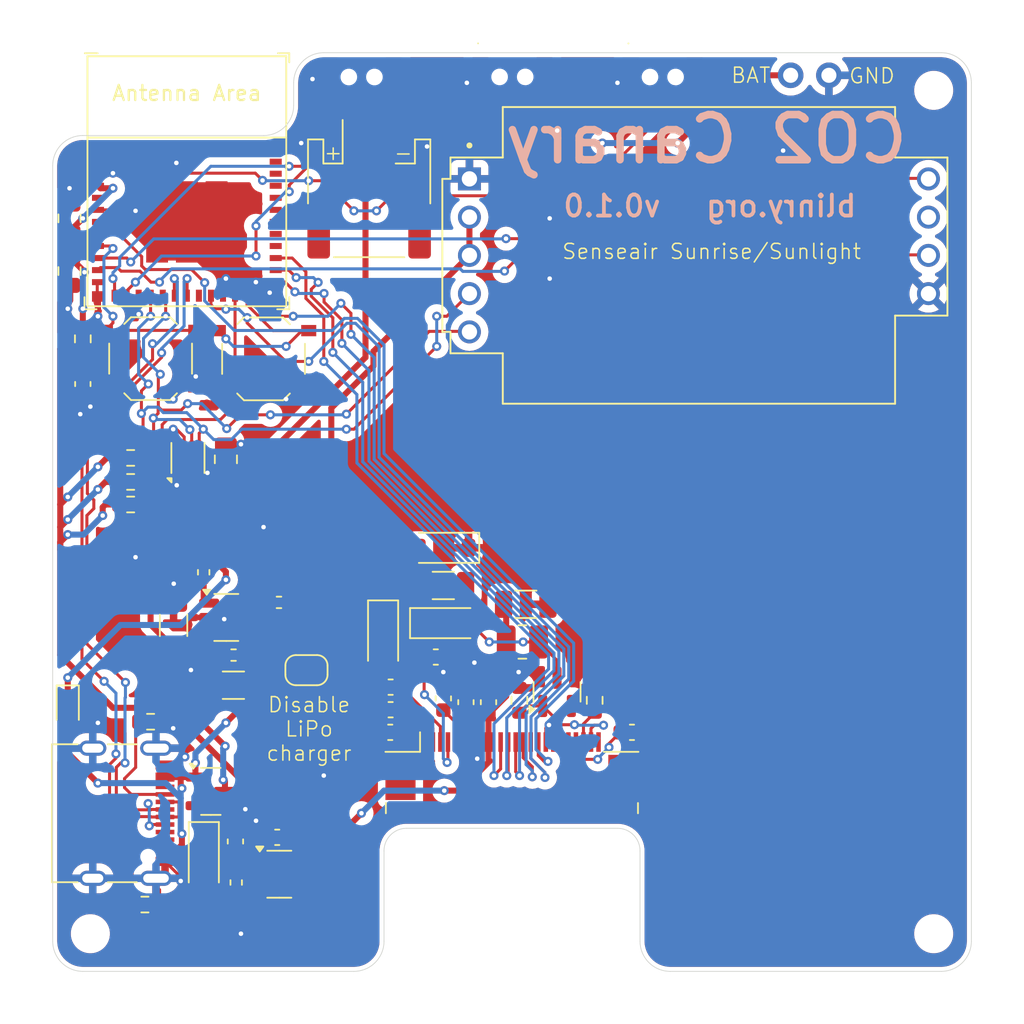
<source format=kicad_pcb>
(kicad_pcb (version 20241229) (generator "pcbnew") (generator_version "9.0")
  (layers (0 "F.Cu" signal) (2 "B.Cu" signal) (13 "F.Paste" user) (15 "B.Paste" user) (5 "F.SilkS" user "F.Silkscreen") (7 "B.SilkS" user "B.Silkscreen") (1 "F.Mask" user) (3 "B.Mask" user) (25 "Edge.Cuts" user))
  (net 0 "")
  (net 1 "GND")
  (net 2 "/VCOM")
  (net 3 "Net-(J1-Pin_22)")
  (net 4 "Net-(J1-Pin_20)")
  (net 5 "Net-(J1-Pin_18)")
  (net 6 "Net-(J1-Pin_5)")
  (net 7 "+3.3V")
  (net 8 "Net-(D2-A)")
  (net 9 "Net-(D1-A)")
  (net 10 "/PREVGH")
  (net 14 "/RESE")
  (net 15 "/GDR")
  (net 16 "/CO2_EN")
  (net 19 "/EINK_DC")
  (net 20 "/CO2_NRDY")
  (net 21 "/EINK_BUSY")
  (net 22 "/EINK_RES")
  (net 23 "/EINK_CS")
  (net 30 "/PREVGL")
  (net 36 "/I2C_SCL")
  (net 37 "/I2C_SDA")
  (net 38 "/D-")
  (net 39 "/D+")
  (net 40 "/EN")
  (net 41 "Net-(U2-EN)")
  (net 43 "/BOOT9")
  (net 44 "/EINK_MOSI")
  (net 45 "/EINK_SCLK")
  (net 46 "Net-(J2-CC1)")
  (net 47 "Net-(J2-CC2)")
  (net 50 "/BOOT8")
  (net 51 "/BTN1")
  (net 52 "/BTN2")
  (net 53 "/BTN3")
  (net 54 "Net-(D5-K)")
  (net 55 "Net-(U3-PROG)")
  (net 56 "Net-(U3-STAT)")
  (net 57 "+BATT")
  (net 58 "VBUS")
  (net 62 "Net-(D3-K)")
  (net 63 "Net-(JP1-B)")
  (footprint "Button_Switch_SMD:SW_Push_1P1T_XKB_TS-1187A" (layer "F.Cu") (at 137.5 92.313501 180)
    (property "Reference" "SW1" (hide yes))
    (property "Value" "SW_Push")
  )
  (footprint "Capacitor_SMD:C_0805_2012Metric" (layer "F.Cu") (at 132.115782 86.5 90)
    (property "Reference" "C17" (hide yes))
    (property "Value" "100nF")
  )
  (footprint "Capacitor_SMD:C_0603_1608Metric" (layer "F.Cu") (at 159.938247 115.127687 -90)
    (property "Reference" "C6" (hide yes))
    (property "Value" "1uF/50V")
  )
  (footprint "Capacitor_SMD:C_0603_1608Metric" (layer "F.Cu") (at 153.413247 117.127687)
    (property "Reference" "C1" (hide yes))
    (property "Value" "1uF/50V")
  )
  (footprint "MountingHole:MountingHole_2.2mm_M2" (layer "F.Cu") (at 189.5 130.5)
    (property "Reference" "H1" (hide yes))
    (property "Value" "MountingHole")
  )
  (footprint "Capacitor_SMD:C_1206_3216Metric" (layer "F.Cu") (at 156.938247 107.377687 180)
    (property "Reference" "C9" (hide yes))
    (property "Value" "4.7uF/50V")
  )
  (footprint "Capacitor_SMD:C_0603_1608Metric" (layer "F.Cu") (at 169.463247 117.127687 180)
    (property "Reference" "C7" (hide yes))
    (property "Value" "1uF/50V")
  )
  (footprint "Resistor_SMD:R_0402_1005Metric" (layer "F.Cu") (at 141.025 106.5 90)
    (property "Reference" "R8" (hide yes))
    (property "Value" "2k")
  )
  (footprint "Diode_SMD:D_SOD-123" (layer "F.Cu") (at 141.033356 125.446246 -90)
    (property "Reference" "D3" (hide yes))
    (property "Value" "B5819W")
  )
  (footprint "Connector_JST:JST_PH_S2B-PH-SM4-TB_1x02-1MP_P2.00mm_Horizontal" (layer "F.Cu") (at 152.012297 81.067812)
    (property "Reference" "J3" (hide yes))
    (property "Value" "JST 2-PH")
  )
  (footprint "Resistor_SMD:R_0603_1608Metric" (layer "F.Cu") (at 136.175 102)
    (property "Reference" "R6" (hide yes))
    (property "Value" "10k")
  )
  (footprint "Resistor_SMD:R_0402_1005Metric" (layer "F.Cu") (at 143.183549 127.1 -90)
    (property "Reference" "R5" (hide yes))
    (property "Value" "100k")
  )
  (footprint "Resistor_SMD:R_0603_1608Metric" (layer "F.Cu") (at 136.175 98.905164 180)
    (property "Reference" "R15" (hide yes))
    (property "Value" "5.1k")
  )
  (footprint "Capacitor_SMD:C_0603_1608Metric" (layer "F.Cu") (at 153.438247 114.127687)
    (property "Reference" "C2" (hide yes))
    (property "Value" "1uF/50V")
  )
  (footprint "Capacitor_SMD:C_0805_2012Metric" (layer "F.Cu") (at 142.5 99 -90)
    (property "Reference" "C18" (hide yes))
    (property "Value" "100nF")
  )
  (footprint "Resistor_SMD:R_0603_1608Metric" (layer "F.Cu") (at 161.988247 115.002687 90)
    (property "Reference" "R1" (hide yes))
    (property "Value" "10k")
  )
  (footprint "Connector_PinHeader_2.54mm:PinHeader_1x02_P2.54mm_Vertical" (layer "F.Cu") (at 180 73.5 90)
    (property "Reference" "J4" (hide yes))
    (property "Value" "Conn_02x01")
  )
  (footprint "PCM_Espressif:ESP32-C6-MINI-1" (layer "F.Cu") (at 139.907755 80.53551)
    (property "Reference" "U1" (hide yes))
    (property "Value" "ESP32-C6-MINI-1/U")
  )
  (footprint "Inductor_SMD:L_1008_2520Metric" (layer "F.Cu") (at 162.188247 111.127687)
    (property "Reference" "L1" (hide yes))
    (property "Value" "10uH 1A")
  )
  (footprint "Capacitor_SMD:C_0603_1608Metric" (layer "F.Cu") (at 143.133549 124.375 90)
    (property "Reference" "C11" (hide yes))
    (property "Value" "10uF")
  )
  (footprint "Diode_SMD:D_SOD-123" (layer "F.Cu") (at 157.088247 109.877687)
    (property "Reference" "D2" (hide yes))
    (property "Value" "B5819W")
  )
  (footprint "Capacitor_SMD:C_0603_1608Metric" (layer "F.Cu") (at 153.438247 115.627687)
    (property "Reference" "C5" (hide yes))
    (property "Value" "1uF/50V")
  )
  (footprint "Resistor_SMD:R_0603_1608Metric" (layer "F.Cu") (at 137.5 116.425149 180)
    (property "Reference" "R3" (hide yes))
    (property "Value" "5.1k")
  )
  (footprint "Diode_SMD:D_SOD-123" (layer "F.Cu") (at 152.938247 110.727687 -90)
    (property "Reference" "D6" (hide yes))
    (property "Value" "B5819W")
  )
  (footprint "Resistor_SMD:R_0603_1608Metric" (layer "F.Cu") (at 166.988247 115.002687 90)
    (property "Reference" "R2" (hide yes))
    (property "Value" "2.2Ω")
  )
  (footprint "LED_SMD:LED_0603_1608Metric" (layer "F.Cu") (at 132 115.5 -90)
    (property "Reference" "D5" (hide yes))
    (property "Value" "Vf=2.8V, If=1mA" (hide yes))
  )
  (footprint "Diode_SMD:D_SOD-123" (layer "F.Cu") (at 156.963247 104.877687 180)
    (property "Reference" "D1" (hide yes))
    (property "Value" "B5819W")
  )
  (footprint "footprints:SW-SMD_TS24CA" (layer "F.Cu") (at 151.512196 73.938951)
    (property "Reference" "SW3" (hide yes))
    (property "Value" "SW_Push")
  )
  (footprint "Package_TO_SOT_SMD:SOT-23" (layer "F.Cu") (at 164.488247 114.440187 90)
    (property "Reference" "Q2" (hide yes))
    (property "Value" "AO3400A")
  )
  (footprint "Resistor_SMD:R_0603_1608Metric" (layer "F.Cu") (at 137.123037 128.564365 180)
    (property "Reference" "R4" (hide yes))
    (property "Value" "5.1k")
  )
  (footprint "MountingHole:MountingHole_2.2mm_M2" (layer "F.Cu") (at 189.5 74.5)
    (property "Reference" "H2" (hide yes))
    (property "Value" "MountingHole")
  )
  (footprint "Capacitor_SMD:C_1206_3216Metric" (layer "F.Cu") (at 143 114 180)
    (property "Reference" "C14" (hide yes))
    (property "Value" "4.7uF")
  )
  (footprint "footprints:SW-SMD_TS24CA" (layer "F.Cu") (at 161.524979 73.932337)
    (property "Reference" "SW4" (hide yes))
    (property "Value" "SW_Push")
  )
  (footprint "MountingHole:MountingHole_2.2mm_M2" (layer "F.Cu") (at 133.5 130.5)
    (property "Reference" "H3" (hide yes))
    (property "Value" "MountingHole")
  )
  (footprint "footprints:Senseair_Sunrise" (layer "F.Cu") (at 173.91141 85.458154)
    (property "Reference" "A1" (hide yes))
    (property "Value" "Senseair Sunlight")
  )
  (footprint "Jumper:SolderJumper-2_P1.3mm_Bridged_RoundedPad1.0x1.5mm" (layer "F.Cu") (at 147.85 113)
    (property "Reference" "JP1" (hide yes))
    (property "Value" "SolderJumper_2_Bridged")
  )
  (footprint "Button_Switch_SMD:SW_Push_1P1T_XKB_TS-1187A" (layer "F.Cu") (at 145 92.328478 180)
    (property "Reference" "SW2" (hide yes))
    (property "Value" "SW_Push")
  )
  (footprint "Capacitor_SMD:C_0603_1608Metric" (layer "F.Cu") (at 156.938247 114.877687 -90)
    (property "Reference" "C3" (hide yes))
    (property "Value" "1uF/50V")
  )
  (footprint "Capacitor_SMD:C_0603_1608Metric" (layer "F.Cu") (at 145.908549 124.1 180)
    (property "Reference" "C12" (hide yes))
    (property "Value" "10uF")
  )
  (footprint "Package_DFN_QFN:DFN-8-1EP_2x2mm_P0.5mm_EP1.05x1.75mm" (layer "F.Cu") (at 139.979622 98.910765 90)
    (property "Reference" "U4" (hide yes))
    (property "Value" "MAX17048")
  )
  (footprint "Capacitor_SMD:C_1206_3216Metric" (layer "F.Cu") (at 162.413247 108.627687 180)
    (property "Reference" "C8" (hide yes))
    (property "Value" "4.7uF/50V")
  )
  (footprint "Resistor_SMD:R_0402_1005Metric" (layer "F.Cu") (at 146.025 108.5 180)
    (property "Reference" "R12" (hide yes))
    (property "Value" "2k")
  )
  (footprint "Capacitor_SMD:C_0603_1608Metric" (layer "F.Cu") (at 133 94 90)
    (property "Reference" "C13" (hide yes))
    (property "Value" "1uF")
  )
  (footprint "Package_TO_SOT_SMD:SOT-23-5" (layer "F.Cu") (at 142.525 109.5)
    (property "Reference" "U3" (hide yes))
    (property "Value" "MCP73831T-2ACI/OT" (hide yes))
  )
  (footprint "Capacitor_SMD:C_1206_3216Metric" (layer "F.Cu") (at 139.025 110.025 90)
    (property "Reference" "C15" (hide yes))
    (property "Value" "4.7uF")
  )
  (footprint "Package_TO_SOT_SMD:SOT-23" (layer "F.Cu") (at 141.5 121.05)
    (property "Reference" "Q1" (hide yes))
    (property "Value" "AO3401A")
  )
  (footprint "footprints:SW-SMD_TS24CA" (layer "F.Cu") (at 171.510232 73.938951)
    (property "Reference" "SW5" (hide yes))
    (property "Value" "SW_Push")
  )
  (footprint "Package_TO_SOT_SMD:SOT-23-5" (layer "F.Cu") (at 146.046049 126.55)
    (property "Reference" "U2" (hide yes))
    (property "Value" "AP2112K-3.3")
  )
  (footprint "Connector_USB:USB_C_Receptacle_G-Switch_GT-USB-7010ASV" (layer "F.Cu") (at 134.733549 122.5 -90)
    (property "Reference" "J2" (hide yes))
    (property "Value" "USB-C Receptacle")
  )
  (footprint "Resistor_SMD:R_0603_1608Metric" (layer "F.Cu") (at 136.175 100.5 180)
    (property "Reference" "R16" (hide yes))
    (property "Value" "5.1k")
  )
  (footprint "Capacitor_SMD:C_0805_2012Metric" (layer "F.Cu") (at 132.115782 83 -90)
    (property "Reference" "C16" (hide yes))
    (property "Value" "22uF")
  )
  (footprint "Connector_FFC-FPC:Jushuo_AFC07-S24FCA-00_1x24-1MP_P0.50_Horizontal" (layer "F.Cu") (at 161.493247 119.372687)
    (property "Reference" "J1" (hide yes))
    (property "Value" "24-pin FPC Connector")
  )
  (footprint "Capacitor_SMD:C_0603_1608Metric" (layer "F.Cu") (at 158.438247 115.127687 -90)
    (property "Reference" "C4" (hide yes))
    (property "Value" "1uF/50V")
  )
  (footprint "Resistor_SMD:R_0402_1005Metric" (layer "F.Cu") (at 143.01 112)
    (property "Reference" "R14" (hide yes))
    (property "Value" "100k")
  )
  (footprint "Capacitor_SMD:C_0603_1608Metric" (layer "F.Cu") (at 156.438247 112.127687 180)
    (property "Reference" "C10" (hide yes))
    (property "Value" "1uF/50V")
  )
  (footprint "Resistor_SMD:R_0603_1608Metric" (layer "F.Cu") (at 133 91 -90)
    (property "Reference" "R7" (hide yes))
    (property "Value" "10k")
  )
  (footprint "Symbol:OSHW-Logo_11.4x12mm_Copper" (layer "B.Cu") (at 182.808743 123.080994 180)
    (property "Reference" "REF**" (hide yes))
    (property "Value" "OSHW-Logo_11.4x12mm_Copper" (hide yes))
  )
  (gr_line (start 131 131) (end 131 79.5) (stroke (width 0.05)) (layer "Edge.Cuts"))
  (gr_line (start 147.000001 74.000001) (end 147 75.499999) (stroke (width 0.05)) (layer "Edge.Cuts"))
  (gr_arc (start 147 75.499999) (mid 146.414214 76.914213) (end 145 77.499999) (stroke (width 0.05)) (layer "Edge.Cuts"))
  (gr_line (start 149.000001 72.000001) (end 190 72) (stroke (width 0.05)) (layer "Edge.Cuts"))
  (gr_line (start 190 133) (end 172 133) (stroke (width 0.05)) (layer "Edge.Cuts"))
  (gr_arc (start 168.5 123.5) (mid 169.56066 123.93934) (end 170 125) (stroke (width 0.05)) (layer "Edge.Cuts"))
  (gr_arc (start 172 133) (mid 170.585786 132.414214) (end 170 131) (stroke (width 0.05)) (layer "Edge.Cuts"))
  (gr_line (start 192 74) (end 192 131) (stroke (width 0.05)) (layer "Edge.Cuts"))
  (gr_arc (start 133 133) (mid 131.585786 132.414214) (end 131 131) (stroke (width 0.05)) (layer "Edge.Cuts"))
  (gr_arc (start 131 79.5) (mid 131.585786 78.085786) (end 133 77.5) (stroke (width 0.05)) (layer "Edge.Cuts"))
  (gr_arc (start 192 131) (mid 191.414214 132.414214) (end 190 133) (stroke (width 0.05)) (layer "Edge.Cuts"))
  (gr_line (start 145 77.499999) (end 133 77.5) (stroke (width 0.05)) (layer "Edge.Cuts"))
  (gr_arc (start 190 72) (mid 191.414214 72.585786) (end 192 74) (stroke (width 0.05)) (layer "Edge.Cuts"))
  (gr_arc (start 153 131) (mid 152.414214 132.414214) (end 151 133) (stroke (width 0.05)) (layer "Edge.Cuts"))
  (gr_line (start 153 125) (end 153 131) (stroke (width 0.05)) (layer "Edge.Cuts"))
  (gr_arc (start 147.000001 74.000001) (mid 147.585787 72.585787) (end 149.000001 72.000001) (stroke (width 0.05)) (layer "Edge.Cuts"))
  (gr_line (start 154.5 123.5) (end 168.5 123.5) (stroke (width 0.05)) (layer "Edge.Cuts"))
  (gr_arc (start 153 125) (mid 153.43934 123.93934) (end 154.5 123.5) (stroke (width 0.05)) (layer "Edge.Cuts"))
  (gr_line (start 170 131) (end 170 125) (stroke (width 0.05)) (layer "Edge.Cuts"))
  (gr_line (start 151 133) (end 133 133) (stroke (width 0.05)) (layer "Edge.Cuts"))
  (gr_text "+" (at 148.940502 79.213843 0) (layer "F.SilkS") (effects (font (size 1 1) (thickness 0.1)) (justify left bottom)))
  (gr_text "-" (at 153.596458 79.233283 0) (layer "F.SilkS") (effects (font (size 1 1) (thickness 0.1)) (justify left bottom)))
  (gr_text "GND" (at 183.810836 74.125722 0) (layer "F.SilkS") (effects (font (size 1 1) (thickness 0.1)) (justify left bottom)))
  (gr_text "BAT" (at 175.979218 74.085352 0) (layer "F.SilkS") (effects (font (size 1 1) (thickness 0.1)) (justify left bottom)))
  (gr_text "Disable\nLiPo\ncharger" (at 148.020816 119.101847 0) (layer "F.SilkS") (effects (font (size 1 1) (thickness 0.1)) (justify bottom)))
  (gr_text "Senseair Sunrise/Sunlight" (at 164.758121 85.783848 0) (layer "F.SilkS") (effects (font (size 1 1) (thickness 0.1)) (justify left bottom)))
  (gr_text "blinry.org" (at 184.5 83 0) (layer "B.SilkS") (effects (font (size 1.4 1.4) (thickness 0.25) (bold yes)) (justify left bottom mirror)))
  (gr_text "CO2 Canary" (at 188 79.5 0) (layer "B.SilkS") (effects (font (size 3 3) (thickness 0.5) (bold yes)) (justify left bottom mirror)))
  (gr_text "v0.1.0" (at 171.5 83 0) (layer "B.SilkS") (effects (font (size 1.4 1.4) (thickness 0.25) (bold yes)) (justify left bottom mirror)))
  (segment (start 136.707755 89.361495) (end 136.707178 89.362072) (width 0.2) (layer "F.Cu") (net 1))
  (segment (start 145.857755 88.18551) (end 145.657755 88.18551) (width 0.2) (layer "F.Cu") (net 1))
  (segment (start 133 95.83) (end 132.83 96) (width 0.2) (layer "F.Cu") (net 1))
  (segment (start 134.96449 80.03551) (end 135 80) (width 0.2) (layer "F.Cu") (net 1))
  (segment (start 133 94.775) (end 133 95.83) (width 0.2) (layer "F.Cu") (net 1))
  (segment (start 132.115782 82.05) (end 132.115782 81) (width 0.2) (layer "F.Cu") (net 1))
  (segment (start 142.5 98.05) (end 143.45 98.05) (width 0.2) (layer "F.Cu") (net 1))
  (segment (start 149.03603 72.96397) (end 149.387304 72.96397) (width 0.2) (layer "F.Cu") (net 1))
  (segment (start 145.857755 78.28551) (end 147.214486 78.28551) (width 0.2) (layer "F.Cu") (net 1))
  (segment (start 163.743247 116.853497) (end 163.954387 116.642357) (width 0.2) (layer "F.Cu") (net 1))
  (segment (start 139.107755 78.33551) (end 139.107755 79.214305) (width 0.2) (layer "F.Cu") (net 1))
  (segment (start 137.932755 81.26051) (end 137.73949 81.26051) (width 0.2) (layer "F.Cu") (net 1))
  (segment (start 133.957755 88.18551) (end 133.957755 87.28551) (width 0.2) (layer "F.Cu") (net 1))
  (segment (start 143.45 98.05) (end 143.5 98) (width 0.2) (layer "F.Cu") (net 1))
  (segment (start 139.5 126.741451) (end 138.458549 125.7) (width 0.2) (layer "F.Cu") (net 1))
  (segment (start 136.707755 88.13551) (end 136.707755 89.361495) (width 0.2) (layer "F.Cu") (net 1))
  (segment (start 161.988247 114.177687) (end 161.988247 113.177687) (width 0.2) (layer "F.Cu") (net 1))
  (segment (start 139.811499 94.188501) (end 139 95) (width 0.2) (layer "F.Cu") (net 1))
  (segment (start 144.4913 87.235779) (end 142.466031 85.21051) (width 0.2) (layer "F.Cu") (net 1))
  (segment (start 145.657755 88.18551) (end 145.407757 87.935512) (width 0.2) (layer "F.Cu") (net 1))
  (segment (start 142.466031 85.21051) (end 141.882755 85.21051) (width 0.2) (layer "F.Cu") (net 1))
  (segment (start 159.188247 118.877687) (end 159.243247 118.822687) (width 0.2) (layer "F.Cu") (net 1))
  (segment (start 139.025 108.55) (end 139.025 107.272031) (width 0.2) (layer "F.Cu") (net 1))
  (segment (start 147.296522 94.203478) (end 146.5 95) (width 0.2) (layer "F.Cu") (net 1))
  (segment (start 145.133549 123.633549) (end 144.5 123) (width 0.2) (layer "F.Cu") (net 1))
  (segment (start 139.729622 97.510765) (end 139.218857 97) (width 0.2) (layer "F.Cu") (net 1))
  (segment (start 168.5 73.84931) (end 168.5 74) (width 0.2) (layer "F.Cu") (net 1))
  (segment (start 132 89) (end 132.115782 88.884218) (width 0.2) (layer "F.Cu") (net 1))
  (segment (start 133.957755 87.28551) (end 134.007755 87.23551) (width 0.2) (layer "F.Cu") (net 1))
  (segment (start 137.73949 81.26051) (end 136.5 82.5) (width 0.2) (layer "F.Cu") (net 1))
  (segment (start 169.38534 72.96397) (end 168.5 73.84931) (width 0.2) (layer "F.Cu") (net 1))
  (segment (start 133.957755 79.98551) (end 134.007755 80.03551) (width 0.2) (layer "F.Cu") (net 1))
  (segment (start 134.007755 80.03551) (end 134.96449 80.03551) (width 0.2) (layer "F.Cu") (net 1))
  (segment (start 148.25 73.75) (end 149.03603 72.96397) (width 0.2) (layer "F.Cu") (net 1))
  (segment (start 138.458549 119.3) (end 139.234802 119.3) (width 0.2) (layer "F.Cu") (net 1))
  (segment (start 138.325 116.425149) (end 138.56493 116.425149) (width 0.2) (layer "F.Cu") (net 1))
  (segment (start 146.206875 126.55) (end 146.21311 126.543765) (width 0.2) (layer "F.Cu") (net 1))
  (segment (start 139.107755 79.214305) (end 139.210898 79.317448) (width 0.2) (layer "F.Cu") (net 1))
  (segment (start 139.729622 98.010765) (end 139.729622 97.510765) (width 0.2) (layer "F.Cu") (net 1))
  (segment (start 159.385032 73.114968) (end 158.5 74) (width 0.2) (layer "F.Cu") (net 1))
  (segment (start 139.229622 100.715772) (end 139.236199 100.722349) (width 0.2) (layer "F.Cu") (net 1))
  (segment (start 156.938247 114.102687) (end 156.938247 113.127687) (width 0.2) (layer "F.Cu") (net 1))
  (segment (start 142 94.203478) (end 141.203478 94.203478) (width 0.2) (layer "F.Cu") (net 1))
  (segment (start 161.988247 113.177687) (end 161.938247 113.127687) (width 0.2) (layer "F.Cu") (net 1))
  (segment (start 139.229622 99.810765) (end 139.229622 100.715772) (width 0.2) (layer "F.Cu") (net 1))
  (segment (start 141.3875 109.5) (end 142.277072 109.5) (width 0.2) (layer "F.Cu") (net 1))
  (segment (start 132.115782 88.884218) (end 132.115782 87.45) (width 0.2) (layer "F.Cu") (net 1))
  (segment (start 148 94.203478) (end 147.296522 94.203478) (width 0.2) (layer "F.Cu") (net 1))
  (segment (start 141.203478 94.203478) (end 140.5 93.5) (width 0.2) (layer "F.Cu") (net 1))
  (segment (start 140.729622 99.810765) (end 141.185885 99.810765) (width 0.2) (layer "F.Cu") (net 1))
  (segment (start 141.525 114) (end 141.187202 114) (width 0.2) (layer "F.Cu") (net 1))
  (segment (start 163.743247 117.772687) (end 163.743247 116.853497) (width 0.2) (layer "F.Cu") (net 1))
  (segment (start 139.025 107.272031) (end 139.03718 107.259851) (width 0.2) (layer "F.Cu") (net 1))
  (segment (start 138.56493 116.425149) (end 139 116.860219) (width 0.2) (layer "F.Cu") (net 1))
  (segment (start 141.187202 114) (end 140.178428 112.991226) (width 0.2) (layer "F.Cu") (net 1))
  (segment (start 142.277072 109.5) (end 142.388536 109.611464) (width 0.2) (layer "F.Cu") (net 1))
  (segment (start 134.5 94.188501) (end 134.5 94.500002) (width 0.2) (layer "F.Cu") (net 1))
  (segment (start 139.5 127) (end 139.5 126.741451) (width 0.2) (layer "F.Cu") (net 1))
  (segment (start 133.957755 88.18551) (end 133.957755 89.457755) (width 0.2) (layer "F.Cu") (net 1))
  (segment (start 139.218857 97) (end 139 97) (width 0.2) (layer "F.Cu") (net 1))
  (segment (start 145.133549 124.1) (end 145.133549 123.633549) (width 0.2) (layer "F.Cu") (net 1))
  (segment (start 159.243247 118.822687) (end 159.243247 117.772687) (width 0.2) (layer "F.Cu") (net 1))
  (segment (start 139.234802 119.3) (end 139.776998 118.757804) (width 0.2) (layer "F.Cu") (net 1))
  (segment (start 141.185885 99.810765) (end 141.275 99.89988) (width 0.2) (layer "F.Cu") (net 1))
  (segment (start 133.957755 89.457755) (end 134 89.5) (width 0.2) (layer "F.Cu") (net 1))
  (segment (start 147.214486 78.28551) (end 147.499996 78) (width 0.2) (layer "F.Cu") (net 1))
  (segment (start 140.5 94.188501) (end 139.811499 94.188501) (width 0.2) (layer "F.Cu") (net 1))
  (segment (start 134.5 94.500002) (end 133.5 95.500002) (width 0.2) (layer "F.Cu") (net 1))
  (via (at 158.5 74) (size 0.6) (drill 0.3) (layers "F.Cu" "B.Cu") (net 1))
  (via (at 139.5 127) (size 0.6) (drill 0.3) (layers "F.Cu" "B.Cu") (net 1))
  (via (at 145 103.5) (size 0.6) (drill 0.3) (layers "F.Cu" "B.Cu") (net 1))
  (via (at 139 97) (size 0.6) (drill 0.3) (layers "F.Cu" "B.Cu") (net 1))
  (via (at 156.938247 113.127687) (size 0.6) (drill 0.3) (layers "F.Cu" "B.Cu") (net 1))
  (via (at 168.5 74) (size 0.6) (drill 0.3) (layers "F.Cu" "B.Cu") (net 1))
  (via (at 143.5 130.5) (size 0.6) (drill 0.3) (layers "F.Cu" "B.Cu") (net 1))
  (via (at 135 80) (size 0.6) (drill 0.3) (layers "F.Cu" "B.Cu") (net 1))
  (via (at 133.5 95.500002) (size 0.6) (drill 0.3) (layers "F.Cu" "B.Cu") (net 1))
  (via (at 143.5 98) (size 0.6) (drill 0.3) (layers "F.Cu" "B.Cu") (net 1))
  (via (at 155.85589 78.227941) (size 0.6) (drill 0.3) (layers "F.Cu" "B.Cu") (net 1))
  (via (at 140.5 93.5) (size 0.6) (drill 0.3) (layers "F.Cu" "B.Cu") (net 1))
  (via (at 140.178428 112.991226) (size 0.6) (drill 0.3) (layers "F.Cu" "B.Cu") (net 1))
  (via (at 147.499996 78) (size 0.6) (drill 0.3) (layers "F.Cu" "B.Cu") (net 1))
  (via (at 134 89.5) (size 0.6) (drill 0.3) (layers "F.Cu" "B.Cu") (net 1))
  (via (at 132 89) (size 0.6) (drill 0.3) (layers "F.Cu" "B.Cu") (net 1))
  (via (at 142.5 87) (size 0.6) (drill 0.3) (layers "F.Cu" "B.Cu") (net 1))
  (via (at 141.275 99.89988) (size 0.6) (drill 0.3) (layers "F.Cu" "B.Cu") (net 1))
  (via (at 148.25 73.75) (size 0.6) (drill 0.3) (layers "F.Cu" "B.Cu") (net 1))
  (via (at 132.115782 81) (size 0.6) (drill 0.3) (layers "F.Cu" "B.Cu") (net 1))
  (via (at 143.791123 122.232126) (size 0.6) (drill 0.3) (layers "F.Cu" "B.Cu") (net 1))
  (via (at 139 116.860219) (size 0.6) (drill 0.3) (layers "F.Cu" "B.Cu") (net 1))
  (via (at 134 116.5) (size 0.6) (drill 0.3) (layers "F.Cu" "B.Cu") (net 1))
  (via (at 163.954387 116.642357) (size 0.6) (drill 0.3) (layers "F.Cu" "B.Cu") (net 1))
  (via (at 136.5 82.5) (size 0.6) (drill 0.3) (layers "F.Cu" "B.Cu") (net 1))
  (via (at 164.5 77.17) (size 0.6) (drill 0.3) (layers "F.Cu" "B.Cu") (net 1))
  (via (at 139.236199 100.722349) (size 0.6) (drill 0.3) (layers "F.Cu" "B.Cu") (net 1))
  (via (at 161.938247 113.127687) (size 0.6) (drill 0.3) (layers "F.Cu" "B.Cu") (net 1))
  (via (at 179.5 78.5) (size 0.6) (drill 0.3) (layers "F.Cu" "B.Cu") (net 1))
  (via (at 149 120) (size 0.6) (drill 0.3) (layers "F.Cu" "B.Cu") (net 1))
  (via (at 159.188247 118.877687) (size 0.6) (drill 0.3) (layers "F.Cu" "B.Cu") (net 1))
  (via (at 139.776998 118.757804) (size 0.6) (drill 0.3) (layers "F.Cu" "B.Cu") (net 1))
  (via (at 159 112.5) (size 0.6) (drill 0.3) (layers "F.Cu" "B.Cu") (net 1))
  (via (at 144.5 123) (size 0.6) (drill 0.3) (layers "F.Cu" "B.Cu") (net 1))
  (via (at 164 87) (size 0.6) (drill 0.3) (layers "F.Cu" "B.Cu") (net 1))
  (via (at 136.5 105.5) (size 0.6) (drill 0.3) (layers "F.Cu" "B.Cu") (net 1))
  (via (at 164 83) (size 0.6) (drill 0.3) (layers "F.Cu" "B.Cu") (net 1))
  (via (at 139.210898 79.317448) (size 0.6) (drill 0.3) (layers "F.Cu" "B.Cu") (net 1))
  (via (at 139 95) (size 0.6) (drill 0.3) (layers "F.Cu" "B.Cu") (net 1))
  (via (at 132.83 96) (size 0.6) (drill 0.3) (layers "F.Cu" "B.Cu") (net 1))
  (via (at 145.407757 87.935512) (size 0.6) (drill 0.3) (layers "F.Cu" "B.Cu") (net 1))
  (via (at 144.4913 87.235779) (size 0.6) (drill 0.3) (layers "F.Cu" "B.Cu") (net 1))
  (via (at 142.388536 109.611464) (size 0.6) (drill 0.3) (layers "F.Cu" "B.Cu") (net 1))
  (via (at 139.03718 107.259851) (size 0.6) (drill 0.3) (layers "F.Cu" "B.Cu") (net 1))
  (via (at 146.5 95) (size 0.6) (drill 0.3) (layers "F.Cu" "B.Cu") (net 1))
  (via (at 136.707178 89.362072) (size 0.6) (drill 0.3) (layers "F.Cu" "B.Cu") (net 1))
  (segment (start 164 83) (end 164 87) (width 0.762) (layer "B.Cu") (net 1))
  (segment (start 145.191033 87.935512) (end 144.4913 87.235779) (width 0.2) (layer "B.Cu") (net 1))
  (segment (start 145.407757 87.935512) (end 145.191033 87.935512) (width 0.2) (layer "B.Cu") (net 1))
  (segment (start 155.688247 117.127687) (end 155.743247 117.182687) (width 0.2) (layer "F.Cu") (net 2))
  (segment (start 155.743247 117.772687) (end 155.743247 117.182687) (width 0.2) (layer "F.Cu") (net 2))
  (segment (start 155.688247 117.127687) (end 154.188247 117.127687) (width 0.2) (layer "F.Cu") (net 2))
  (segment (start 156.743247 117.772687) (end 156.743247 116.743247) (width 0.2) (layer "F.Cu") (net 3))
  (segment (start 154.213247 114.213247) (end 154.213247 114.127687) (width 0.2) (layer "F.Cu") (net 3))
  (segment (start 156.743247 116.743247) (end 154.213247 114.213247) (width 0.2) (layer "F.Cu") (net 3))
  (segment (start 157.743247 117.772687) (end 157.743247 116.457687) (width 0.2) (layer "F.Cu") (net 4))
  (segment (start 157.743247 116.457687) (end 156.938247 115.652687) (width 0.2) (layer "F.Cu") (net 4))
  (segment (start 158.743247 117.772687) (end 158.743247 116.207687) (width 0.2) (layer "F.Cu") (net 5))
  (segment (start 158.743247 116.207687) (end 158.438247 115.902687) (width 0.2) (layer "F.Cu") (net 5))
  (segment (start 167.938247 118.122685) (end 167.938247 117.877687) (width 0.2) (layer "F.Cu") (net 6))
  (segment (start 167.938247 117.877687) (end 168.688247 117.127687) (width 0.2) (layer "F.Cu") (net 6))
  (segment (start 165.243247 118.672687) (end 165.493249 118.922689) (width 0.2) (layer "F.Cu") (net 6))
  (segment (start 165.493249 118.922689) (end 167.188247 118.922689) (width 0.2) (layer "F.Cu") (net 6))
  (segment (start 165.243247 117.772687) (end 165.243247 118.672687) (width 0.2) (layer "F.Cu") (net 6))
  (via (at 167.188247 118.922689) (size 0.6) (drill 0.3) (layers "F.Cu" "B.Cu") (net 6))
  (via (at 167.938247 118.122685) (size 0.6) (drill 0.3) (layers "F.Cu" "B.Cu") (net 6))
  (segment (start 167.188247 118.922689) (end 167.188247 118.872685) (width 0.2) (layer "B.Cu") (net 6))
  (segment (start 167.188247 118.872685) (end 167.938247 118.122685) (width 0.2) (layer "B.Cu") (net 6))
  (segment (start 135.35 98.905164) (end 134.594836 98.905164) (width 0.4) (layer "F.Cu") (net 7))
  (segment (start 131.5 105) (end 131.5 103.5) (width 0.4) (layer "F.Cu") (net 7))
  (segment (start 161.113247 114.727687) (end 161.113247 111.127687) (width 0.4) (layer "F.Cu") (net 7))
  (segment (start 131.5 103.5) (end 131.5 102) (width 0.4) (layer "F.Cu") (net 7))
  (segment (start 135.35 100.5) (end 134.5 100.5) (width 0.4) (layer "F.Cu") (net 7))
  (segment (start 134.172245 81) (end 134.007755 80.83551) (width 0.4) (layer "F.Cu") (net 7))
  (segment (start 159.743247 116.097687) (end 159.938247 115.902687) (width 0.4) (layer "F.Cu") (net 7))
  (segment (start 131.5 105) (end 131.5 104.5) (width 0.4) (layer "F.Cu") (net 7))
  (segment (start 131.5 104.5) (end 132 104) (width 0.4) (layer "F.Cu") (net 7))
  (segment (start 157 121) (end 158.055884 121) (width 0.4) (layer "F.Cu") (net 7))
  (segment (start 135 81) (end 134.172245 81) (width 0.4) (layer "F.Cu") (net 7))
  (segment (start 146.683549 123.625) (end 144.501071 121.442522) (width 0.4) (layer "F.Cu") (net 7))
  (segment (start 131.5 91.675) (end 133 90.175) (width 0.4) (layer "F.Cu") (net 7))
  (segment (start 132.115782 85.55) (end 132.115782 83.95) (width 0.4) (layer "F.Cu") (net 7))
  (segment (start 149.5 114.360219) (end 144.5 119.360219) (width 0.4) (layer "F.Cu") (net 7))
  (segment (start 144.5 119.860219) (end 144.501071 119.86129) (width 0.4) (layer "F.Cu") (net 7))
  (segment (start 147.183549 124.6) (end 146.683549 124.1) (width 0.4) (layer "F.Cu") (net 7))
  (segment (start 135 115.5) (end 131.5 112) (width 0.4) (layer "F.Cu") (net 7))
  (segment (start 132.115782 83.95) (end 132.115782 83.884218) (width 0.4) (layer "F.Cu") (net 7))
  (segment (start 149.5 95.595237) (end 149.5 114.360219) (width 0.4) (layer "F.Cu") (net 7))
  (segment (start 138.728921 115.5) (end 135 115.5) (width 0.4) (layer "F.Cu") (net 7))
  (segment (start 146.683549 124.1) (end 146.683549 123.625) (width 0.4) (layer "F.Cu") (net 7))
  (segment (start 134.594836 98.905164) (end 134.5 99) (width 0.4) (layer "F.Cu") (net 7))
  (segment (start 144.5 119.360219) (end 144.5 119.860219) (width 0.4) (layer "F.Cu") (net 7))
  (segment (start 152.297 91.832564) (end 158.67141 85.458154) (width 0.4) (layer "F.Cu") (net 7))
  (segment (start 134.319067 102.180933) (end 134.319067 102.733538) (width 0.4) (layer "F.Cu") (net 7))
  (segment (start 160 119) (end 159.938247 118.938247) (width 0.4) (layer "F.Cu") (net 7))
  (segment (start 160.243247 116.207687) (end 159.938247 115.902687) (width 0.4) (layer "F.Cu") (net 7))
  (segment (start 133.140782 90.034218) (end 133 90.175) (width 0.4) (layer "F.Cu") (net 7))
  (segment (start 134.5 102) (end 134.319067 102.180933) (width 0.4) (layer "F.Cu") (net 7))
  (segment (start 147.183549 125.6) (end 147.183549 124.6) (width 0.4) (layer "F.Cu") (net 7))
  (segment (start 158.055884 121) (end 160 119.055884) (width 0.4) (layer "F.Cu") (net 7))
  (segment (start 159.938247 115.902687) (end 161.113247 114.727687) (width 0.4) (layer "F.Cu") (net 7))
  (segment (start 133 90.175) (end 133 89) (width 0.4) (layer "F.Cu") (net 7))
  (segment (start 131.5 102) (end 131.5 91.675) (width 0.4) (layer "F.Cu") (net 7))
  (segment (start 132.115782 83.884218) (end 133 83) (width 0.4) (layer "F.Cu") (net 7))
  (segment (start 132.115782 85.55) (end 133.140782 86.575) (width 0.4) (layer "F.Cu") (net 7))
  (segment (start 160 119.055884) (end 160 119) (width 0.4) (layer "F.Cu") (net 7))
  (segment (start 161.113247 108.802687) (end 160.938247 108.627687) (width 0.4) (layer "F.Cu") (net 7))
  (segment (start 149.5 95.595237) (end 152.297 92.798237) (width 0.4) (layer "F.Cu") (net 7))
  (segment (start 144.501071 121.442522) (end 144.501071 121.27215) (width 0.4) (layer "F.Cu") (net 7))
  (segment (start 135.35 102) (end 134.5 102) (width 0.4) (layer "F.Cu") (net 7))
  (segment (start 132 101.5) (end 131.5 102) (width 0.4) (layer "F.Cu") (net 7))
  (segment (start 134.5 99) (end 134 99.5) (width 0.4) (layer "F.Cu") (net 7))
  (segment (start 159.938247 118.938247) (end 159.938247 115.902687) (width 0.4) (layer "F.Cu") (net 7))
  (segment (start 132 103) (end 131.5 103.5) (width 0.4) (layer "F.Cu") (net 7))
  (segment (start 146.683549 124.1) (end 149.9 124.1) (width 0.4) (layer "F.Cu") (net 7))
  (segment (start 144.501071 119.86129) (end 144.501071 121.442522) (width 0.4) (layer "F.Cu") (net 7))
  (segment (start 131.5 112) (end 131.5 105) (width 0.4) (layer "F.Cu") (net 7))
  (segment (start 158.67141 82.918154) (end 158.67141 85.458154) (width 0.4) (layer "F.Cu") (net 7))
  (segment (start 144.501071 121.27215) (end 138.728921 115.5) (width 0.4) (layer "F.Cu") (net 7))
  (segment (start 149.9 124.1) (end 151.5 122.5) (width 0.4) (layer "F.Cu") (net 7))
  (segment (start 152.297 92.798237) (end 152.297 91.832564) (width 0.4) (layer "F.Cu") (net 7))
  (segment (start 161.113247 111.127687) (end 161.113247 108.802687) (width 0.4) (layer "F.Cu") (net 7))
  (segment (start 134.5 100.5) (end 134 101) (width 0.4) (layer "F.Cu") (net 7))
  (via (at 132 104) (size 0.6) (drill 0.3) (layers "F.Cu" "B.Cu") (net 7))
  (via (at 134.319067 102.733538) (size 0.6) (drill 0.3) (layers "F.Cu" "B.Cu") (net 7))
  (via (at 157 121) (size 0.6) (drill 0.3) (layers "F.Cu" "B.Cu") (net 7))
  (via (at 133 83) (size 0.6) (drill 0.3) (layers "F.Cu" "B.Cu") (net 7))
  (via (at 134 99.5) (size 0.6) (drill 0.3) (layers "F.Cu" "B.Cu") (net 7))
  (via (at 134 101) (size 0.6) (drill 0.3) (layers "F.Cu" "B.Cu") (net 7))
  (via (at 135 81) (size 0.6) (drill 0.3) (layers "F.Cu" "B.Cu") (net 7))
  (via (at 132 103) (size 0.6) (drill 0.3) (layers "F.Cu" "B.Cu") (net 7))
  (via (at 132 101.5) (size 0.6) (drill 0.3) (layers "F.Cu" "B.Cu") (net 7))
  (via (at 133.107753 86.575) (size 0.6) (drill 0.3) (layers "F.Cu" "B.Cu") (net 7))
  (via (at 151.5 122.5) (size 0.6) (drill 0.3) (layers "F.Cu" "B.Cu") (net 7))
  (via (at 133 89) (size 0.6) (drill 0.3) (layers "F.Cu" "B.Cu") (net 7))
  (segment (start 133 83) (end 135 81) (width 0.4) (layer "B.Cu") (net 7))
  (segment (start 133 86.682753) (end 133.107753 86.575) (width 0.4) (layer "B.Cu") (net 7))
  (segment (start 134 99.5) (end 132 101.5) (width 0.4) (layer "B.Cu") (net 7))
  (segment (start 132 104) (end 133.052605 104) (width 0.4) (layer "B.Cu") (net 7))
  (segment (start 133.052605 104) (end 134.319067 102.733538) (width 0.4) (layer "B.Cu") (net 7))
  (segment (start 153 121) (end 157 121) (width 0.4) (layer "B.Cu") (net 7))
  (segment (start 134 101) (end 132 103) (width 0.4) (layer "B.Cu") (net 7))
  (segment (start 151.5 122.5) (end 153 121) (width 0.4) (layer "B.Cu") (net 7))
  (segment (start 133 89) (end 133 86.682753) (width 0.4) (layer "B.Cu") (net 7))
  (segment (start 159.988247 111.127687) (end 158.738247 109.877687) (width 0.2) (layer "F.Cu") (net 8))
  (segment (start 158.413247 109.552687) (end 158.738247 109.877687) (width 0.2) (layer "F.Cu") (net 8))
  (segment (start 163.263247 111.127687) (end 162.238247 111.127687) (width 0.2) (layer "F.Cu") (net 8))
  (segment (start 164.488247 113.502687) (end 164.488247 112.352687) (width 0.2) (layer "F.Cu") (net 8))
  (segment (start 164.488247 112.352687) (end 163.263247 111.127687) (width 0.2) (layer "F.Cu") (net 8))
  (segment (start 158.413247 107.377687) (end 158.413247 109.552687) (width 0.2) (layer "F.Cu") (net 8))
  (via (at 162.238247 111.127687) (size 0.6) (drill 0.3) (layers "F.Cu" "B.Cu") (net 8))
  (via (at 159.988247 111.127687) (size 0.6) (drill 0.3) (layers "F.Cu" "B.Cu") (net 8))
  (segment (start 162.238247 111.127687) (end 159.988247 111.127687) (width 0.2) (layer "B.Cu") (net 8))
  (segment (start 155.463247 105.027687) (end 155.313247 104.877687) (width 0.2) (layer "F.Cu") (net 9))
  (segment (start 155.463247 107.377687) (end 155.463247 105.027687) (width 0.2) (layer "F.Cu") (net 9))
  (segment (start 155.463247 107.377687) (end 153.763247 109.077687) (width 0.2) (layer "F.Cu") (net 9))
  (segment (start 153.763247 109.077687) (end 152.938247 109.077687) (width 0.2) (layer "F.Cu") (net 9))
  (segment (start 157.243247 119.072687) (end 157.188247 119.127687) (width 0.2) (layer "F.Cu") (net 10))
  (segment (start 157.243247 117.772687) (end 157.243247 119.072687) (width 0.2) (layer "F.Cu") (net 10))
  (segment (start 155.663247 114.602687) (end 155.688247 114.627687) (width 0.2) (layer "F.Cu") (net 10))
  (segment (start 155.663247 112.127687) (end 155.663247 114.602687) (width 0.2) (layer "F.Cu") (net 10))
  (segment (start 155.438247 109.877687) (end 155.438247 111.902687) (width 0.2) (layer "F.Cu") (net 10))
  (segment (start 155.438247 111.902687) (end 155.663247 112.127687) (width 0.2) (layer "F.Cu") (net 10))
  (via (at 155.688247 114.627687) (size 0.6) (drill 0.3) (layers "F.Cu" "B.Cu") (net 10))
  (via (at 157.188247 119.127687) (size 0.6) (drill 0.3) (layers "F.Cu" "B.Cu") (net 10))
  (segment (start 156.938247 118.877687) (end 156.938247 115.877687) (width 0.2) (layer "B.Cu") (net 10))
  (segment (start 156.938247 115.877687) (end 155.688247 114.627687) (width 0.2) (layer "B.Cu") (net 10))
  (segment (start 157.188247 119.127687) (end 156.938247 118.877687) (width 0.2) (layer "B.Cu") (net 10))
  (segment (start 166.243247 117.772687) (end 166.243247 116.572687) (width 0.2) (layer "F.Cu") (net 14))
  (segment (start 166.243247 116.572687) (end 166.988247 115.827687) (width 0.2) (layer "F.Cu") (net 14))
  (segment (start 166.538247 115.377687) (end 166.988247 115.827687) (width 0.2) (layer "F.Cu") (net 14))
  (segment (start 165.438247 115.377687) (end 166.538247 115.377687) (width 0.2) (layer "F.Cu") (net 14))
  (segment (start 166.743247 116.872687) (end 166.95853 116.657404) (width 0.2) (layer "F.Cu") (net 15))
  (segment (start 166.743247 117.772687) (end 166.743247 116.872687) (width 0.2) (layer "F.Cu") (net 15))
  (segment (start 165.643247 116.622685) (end 164.783245 116.622685) (width 0.2) (layer "F.Cu") (net 15))
  (segment (start 164.783245 116.622685) (end 163.538247 115.377687) (width 0.2) (layer "F.Cu") (net 15))
  (segment (start 166.95853 116.657404) (end 167.576307 116.657404) (width 0.2) (layer "F.Cu") (net 15))
  (segment (start 162.438247 115.377687) (end 161.988247 115.827687) (width 0.2) (layer "F.Cu") (net 15))
  (segment (start 163.538247 115.377687) (end 162.438247 115.377687) (width 0.2) (layer "F.Cu") (net 15))
  (via (at 167.576307 116.657404) (size 0.6) (drill 0.3) (layers "F.Cu" "B.Cu") (net 15))
  (via (at 165.643247 116.622685) (size 0.6) (drill 0.3) (layers "F.Cu" "B.Cu") (net 15))
  (segment (start 167.576307 116.657404) (end 165.677966 116.657404) (width 0.2) (layer "B.Cu") (net 15))
  (segment (start 165.677966 116.657404) (end 165.643247 116.622685) (width 0.2) (layer "B.Cu") (net 15))
  (segment (start 189.117419 80.344163) (end 189.15141 80.378154) (width 0.2) (layer "F.Cu") (net 16))
  (segment (start 161.099686 84.347448) (end 180.652552 84.347448) (width 0.2) (layer "F.Cu") (net 16))
  (segment (start 180.652552 84.347448) (end 184.655837 80.344163) (width 0.2) (layer "F.Cu") (net 16))
  (segment (start 134.007755 85.63551) (end 135.918303 85.63551) (width 0.2) (layer "F.Cu") (net 16))
  (segment (start 135.918303 85.63551) (end 136.177755 85.894962) (width 0.2) (layer "F.Cu") (net 16))
  (segment (start 184.655837 80.344163) (end 189.117419 80.344163) (width 0.2) (layer "F.Cu") (net 16))
  (via (at 136.177755 85.894962) (size 0.6) (drill 0.3) (layers "F.Cu" "B.Cu") (net 16))
  (via (at 161.099686 84.347448) (size 0.6) (drill 0.3) (layers "F.Cu" "B.Cu") (net 16))
  (segment (start 137.710554 84.362163) (end 161.084971 84.362163) (width 0.2) (layer "B.Cu") (net 16))
  (segment (start 137.710554 84.362163) (end 136.177755 85.894962) (width 0.2) (layer "B.Cu") (net 16))
  (segment (start 161.084971 84.362163) (end 161.099686 84.347448) (width 0.2) (layer "B.Cu") (net 16))
  (segment (start 150.803129 89.308305) (end 150.134628 88.639804) (width 0.2) (layer "F.Cu") (net 19))
  (segment (start 144.707755 88.33551) (end 145.872245 89.5) (width 0.2) (layer "F.Cu") (net 19))
  (segment (start 145.872245 89.5) (end 146.970654 89.5) (width 0.2) (layer "F.Cu") (net 19))
  (segment (start 162.243247 117.772687) (end 162.243247 118.816805) (width 0.2) (layer "F.Cu") (net 19))
  (segment (start 162.243247 118.816805) (end 162.845925 119.419483) (width 0.2) (layer "F.Cu") (net 19))
  (segment (start 162.845925 119.419483) (end 162.845925 120.083163) (width 0.2) (layer "F.Cu") (net 19))
  (segment (start 144.707755 88.13551) (end 144.707755 88.33551) (width 0.2) (layer "F.Cu") (net 19))
  (segment (start 150.803129 90.696871) (end 150.803129 89.308305) (width 0.2) (layer "F.Cu") (net 19))
  (via (at 150.134628 88.639804) (size 0.6) (drill 0.3) (layers "F.Cu" "B.Cu") (net 19))
  (via (at 146.970654 89.5) (size 0.6) (drill 0.3) (layers "F.Cu" "B.Cu") (net 19))
  (via (at 162.845925 120.083163) (size 0.6) (drill 0.3) (layers "F.Cu" "B.Cu") (net 19))
  (via (at 150.803129 90.696871) (size 0.6) (drill 0.3) (layers "F.Cu" "B.Cu") (net 19))
  (segment (start 162.434247 119.264814) (end 162.845925 119.676492) (width 0.2) (layer "B.Cu") (net 19))
  (segment (start 162.434247 115.881687) (end 162.434247 119.264814) (width 0.2) (layer "B.Cu") (net 19))
  (segment (start 162.845925 119.676492) (end 162.845925 120.083163) (width 0.2) (layer "B.Cu") (net 19))
  (segment (start 152.346 92.239742) (end 152.346 98.999567) (width 0.2) (layer "B.Cu") (net 19))
  (segment (start 164.938023 111.59159) (end 164.938023 113.377911) (width 0.2) (layer "B.Cu") (net 19))
  (segment (start 164.938023 113.377911) (end 162.434247 115.881687) (width 0.2) (layer "B.Cu") (net 19))
  (segment (start 146.970654 89.5) (end 149.274432 89.5) (width 0.2) (layer "B.Cu") (net 19))
  (segment (start 149.274432 89.5) (end 150.134628 88.639804) (width 0.2) (layer "B.Cu") (net 19))
  (segment (start 150.803129 90.696871) (end 152.346 92.239742) (width 0.2) (layer "B.Cu") (net 19))
  (segment (start 152.346 98.999567) (end 164.938023 111.59159) (width 0.2) (layer "B.Cu") (net 19))
  (segment (start 136.793676 86.505779) (end 137.523695 87.235798) (width 0.2) (layer "F.Cu") (net 20))
  (segment (start 137.523695 87.235798) (end 138.090743 87.235798) (width 0.2) (layer "F.Cu") (net 20))
  (segment (start 134.173265 86.27) (end 135.302376 86.27) (width 0.2) (layer "F.Cu") (net 20))
  (segment (start 135.538155 86.505779) (end 136.793676 86.505779) (width 0.2) (layer "F.Cu") (net 20))
  (segment (start 135.302376 86.27) (end 135.538155 86.505779) (width 0.2) (layer "F.Cu") (net 20))
  (segment (start 161 86.5) (end 162.075837 85.424163) (width 0.2) (layer "F.Cu") (net 20))
  (segment (start 162.075837 85.424163) (end 189.117419 85.424163) (width 0.2) (layer "F.Cu") (net 20))
  (segment (start 134.007755 86.43551) (end 134.173265 86.27) (width 0.2) (layer "F.Cu") (net 20))
  (segment (start 189.117419 85.424163) (end 189.15141 85.458154) (width 0.2) (layer "F.Cu") (net 20))
  (via (at 138.090743 87.235798) (size 0.6) (drill 0.3) (layers "F.Cu" "B.Cu") (net 20))
  (via (at 161 86.5) (size 0.6) (drill 0.3) (layers "F.Cu" "B.Cu") (net 20))
  (segment (start 160.979846 86.520154) (end 161 86.5) (width 0.2) (layer "B.Cu") (net 20))
  (segment (start 138.090743 87.235798) (end 138.090743 87.164013) (width 0.2) (layer "B.Cu") (net 20))
  (segment (start 158.231515 86.520154) (end 160.979846 86.520154) (width 0.2) (layer "B.Cu") (net 20))
  (segment (start 138.090743 87.164013) (end 138.902276 86.35248) (width 0.2) (layer "B.Cu") (net 20))
  (segment (start 138.902276 86.35248) (end 158.063841 86.35248) (width 0.2) (layer "B.Cu") (net 20))
  (segment (start 158.063841 86.35248) (end 158.231515 86.520154) (width 0.2) (layer "B.Cu") (net 20))
  (segment (start 137.150345 86.4) (end 140.22016 86.4) (width 0.2) (layer "F.Cu") (net 21))
  (segment (start 163.243247 118.672687) (end 163.62859 119.05803) (width 0.2) (layer "F.Cu") (net 21))
  (segment (start 134.607755 83.23551) (end 136.907755 85.53551) (width 0.2) (layer "F.Cu") (net 21))
  (segment (start 134.007755 83.23551) (end 134.607755 83.23551) (width 0.2) (layer "F.Cu") (net 21))
  (segment (start 136.907755 85.53551) (end 136.907755 86.15741) (width 0.2) (layer "F.Cu") (net 21))
  (segment (start 136.907755 86.15741) (end 137.150345 86.4) (width 0.2) (layer "F.Cu") (net 21))
  (segment (start 163.62859 119.05803) (end 163.885546 119.05803) (width 0.2) (layer "F.Cu") (net 21))
  (segment (start 140.22016 86.4) (end 141.090107 87.269947) (width 0.2) (layer "F.Cu") (net 21))
  (segment (start 163.243247 117.772687) (end 163.243247 118.672687) (width 0.2) (layer "F.Cu") (net 21))
  (via (at 141.090107 87.269947) (size 0.6) (drill 0.3) (layers "F.Cu" "B.Cu") (net 21))
  (via (at 163.885546 119.05803) (size 0.6) (drill 0.3) (layers "F.Cu" "B.Cu") (net 21))
  (segment (start 153 98.612656) (end 165.592023 111.204679) (width 0.2) (layer "B.Cu") (net 21))
  (segment (start 165.592023 113.723911) (end 163.088247 116.227687) (width 0.2) (layer "B.Cu") (net 21))
  (segment (start 163.088247 116.227687) (end 163.088247 118.260731) (width 0.2) (layer "B.Cu") (net 21))
  (segment (start 141.090107 87.269947) (end 141.090107 88.474148) (width 0.2) (layer "B.Cu") (net 21))
  (segment (start 149.562176 90.443) (end 150.365305 89.639871) (width 0.2) (layer "B.Cu") (net 21))
  (segment (start 153 91.398918) (end 153 98.612656) (width 0.2) (layer "B.Cu") (net 21))
  (segment (start 150.365305 89.639871) (end 151.240953 89.639871) (width 0.2) (layer "B.Cu") (net 21))
  (segment (start 151.240953 89.639871) (end 153 91.398918) (width 0.2) (layer "B.Cu") (net 21))
  (segment (start 165.592023 111.204679) (end 165.592023 113.723911) (width 0.2) (layer "B.Cu") (net 21))
  (segment (start 163.088247 118.260731) (end 163.885546 119.05803) (width 0.2) (layer "B.Cu") (net 21))
  (segment (start 143.058959 90.443) (end 149.562176 90.443) (width 0.2) (layer "B.Cu") (net 21))
  (segment (start 141.090107 88.474148) (end 143.058959 90.443) (width 0.2) (layer "B.Cu") (net 21))
  (segment (start 163.688247 119.799357) (end 163.688247 120.127687) (width 0.2) (layer "F.Cu") (net 22))
  (segment (start 141.507755 88.13551) (end 141.507755 88.73551) (width 0.2) (layer "F.Cu") (net 22))
  (segment (start 143.911858 89.944234) (end 146.467624 92.5) (width 0.2) (layer "F.Cu") (net 22))
  (segment (start 162.743247 118.854357) (end 163.688247 119.799357) (width 0.2) (layer "F.Cu") (net 22))
  (segment (start 143.911858 89.588142) (end 143.911858 89.944234) (width 0.2) (layer "F.Cu") (net 22))
  (segment (start 141.507755 88.73551) (end 141.772245 89) (width 0.2) (layer "F.Cu") (net 22))
  (segment (start 146.467624 92.5) (end 148 92.5) (width 0.2) (layer "F.Cu") (net 22))
  (segment (start 142.464488 89) (end 142.5 89.035512) (width 0.2) (layer "F.Cu") (net 22))
  (segment (start 162.743247 117.772687) (end 162.743247 118.854357) (width 0.2) (layer "F.Cu") (net 22))
  (segment (start 141.772245 89) (end 142.464488 89) (width 0.2) (layer "F.Cu") (net 22))
  (via (at 148 92.5) (size 0.6) (drill 0.3) (layers "F.Cu" "B.Cu") (net 22))
  (via (at 143.911858 89.588142) (size 0.6) (drill 0.3) (layers "F.Cu" "B.Cu") (net 22))
  (via (at 163.688247 120.127687) (size 0.6) (drill 0.3) (layers "F.Cu" "B.Cu") (net 22))
  (via (at 142.5 89.035512) (size 0.6) (drill 0.3) (layers "F.Cu" "B.Cu") (net 22))
  (segment (start 165.265023 111.456142) (end 152.673 98.864119) (width 0.2) (layer "B.Cu") (net 22))
  (segment (start 152.673 91.534366) (end 151.105505 89.966871) (width 0.2) (layer "B.Cu") (net 22))
  (segment (start 150.533129 89.966871) (end 148 92.5) (width 0.2) (layer "B.Cu") (net 22))
  (segment (start 142.5 89.035512) (end 143.359228 89.035512) (width 0.2) (layer "B.Cu") (net 22))
  (segment (start 152.673 98.864119) (end 152.673 91.534366) (width 0.2) (layer "B.Cu") (net 22))
  (segment (start 162.761247 118.872357) (end 162.761247 116.092239) (width 0.2) (layer "B.Cu") (net 22))
  (segment (start 143.359228 89.035512) (end 143.911858 89.588142) (width 0.2) (layer "B.Cu") (net 22))
  (segment (start 163.688247 119.799357) (end 162.761247 118.872357) (width 0.2) (layer "B.Cu") (net 22))
  (segment (start 162.761247 116.092239) (end 165.265023 113.588463) (width 0.2) (layer "B.Cu") (net 22))
  (segment (start 165.265023 113.588463) (end 165.265023 111.456142) (width 0.2) (layer "B.Cu") (net 22))
  (segment (start 151.105505 89.966871) (end 150.533129 89.966871) (width 0.2) (layer "B.Cu") (net 22))
  (segment (start 163.688247 120.127687) (end 163.688247 119.799357) (width 0.2) (layer "B.Cu") (net 22))
  (segment (start 161.743247 117.772687) (end 161.743247 119.743247) (width 0.2) (layer "F.Cu") (net 23))
  (segment (start 150.202086 91.297914) (end 150.202086 89.739638) (width 0.2) (layer "F.Cu") (net 23))
  (segment (start 161.743247 119.743247) (end 162 120) (width 0.2) (layer "F.Cu") (net 23))
  (segment (start 146.437046 87.23551) (end 147.082605 87.881069) (width 0.2) (layer "F.Cu") (net 23))
  (segment (start 150.202086 89.739638) (end 149.01783 88.555382) (width 0.2) (layer "F.Cu") (net 23))
  (segment (start 145.807755 87.23551) (end 146.437046 87.23551) (width 0.2) (layer "F.Cu") (net 23))
  (segment (start 149.01783 88.555382) (end 149.01783 87.985454) (width 0.2) (layer "F.Cu") (net 23))
  (via (at 147.082605 87.881069) (size 0.6) (drill 0.3) (layers "F.Cu" "B.Cu") (net 23))
  (via (at 150.202086 91.297914) (size 0.6) (drill 0.3) (layers "F.Cu" "B.Cu") (net 23))
  (via (at 149.01783 87.985454) (size 0.6) (drill 0.3) (layers "F.Cu" "B.Cu") (net 23))
  (via (at 162 120) (size 0.6) (drill 0.3) (layers "F.Cu" "B.Cu") (net 23))
  (segment (start 150.202086 91.297914) (end 152 93.095828) (width 0.2) (layer "B.Cu") (net 23))
  (segment (start 164.611023 113.242463) (end 162 115.853486) (width 0.2) (layer "B.Cu") (net 23))
  (segment (start 162 115.853486) (end 162 120) (width 0.2) (layer "B.Cu") (net 23))
  (segment (start 152 93.095828) (end 152 99.116015) (width 0.2) (layer "B.Cu") (net 23))
  (segment (start 164.611023 111.727038) (end 164.611023 113.242463) (width 0.2) (layer "B.Cu") (net 23))
  (segment (start 147.082605 87.881069) (end 147.18699 87.985454) (width 0.2) (layer "B.Cu") (net 23))
  (segment (start 152 99.116015) (end 164.611023 111.727038) (width 0.2) (layer "B.Cu") (net 23))
  (segment (start 147.18699 87.985454) (end 149.01783 87.985454) (width 0.2) (layer "B.Cu") (net 23))
  (segment (start 153.463247 112.902687) (end 152.938247 112.377687) (width 0.2) (layer "F.Cu") (net 30))
  (segment (start 155.386247 116.800687) (end 154.213247 115.627687) (width 0.2) (layer "F.Cu") (net 30))
  (segment (start 154.213247 115.402687) (end 153.463247 114.652687) (width 0.2) (layer "F.Cu") (net 30))
  (segment (start 156.243247 117.772687) (end 156.243247 116.872687) (width 0.2) (layer "F.Cu") (net 30))
  (segment (start 156.171247 116.800687) (end 155.386247 116.800687) (width 0.2) (layer "F.Cu") (net 30))
  (segment (start 154.213247 115.627687) (end 154.213247 115.402687) (width 0.2) (layer "F.Cu") (net 30))
  (segment (start 153.463247 114.652687) (end 153.463247 112.902687) (width 0.2) (layer "F.Cu") (net 30))
  (segment (start 156.243247 116.872687) (end 156.171247 116.800687) (width 0.2) (layer "F.Cu") (net 30))
  (segment (start 138 95.5) (end 138.23 95.73) (width 0.2) (layer "F.Cu") (net 36))
  (segment (start 150.5 96) (end 155.995837 90.504163) (width 0.2) (layer "F.Cu") (net 36))
  (segment (start 143.470583 96.044458) (end 142.555597 96.959444) (width 0.2) (layer "F.Cu") (net 36))
  (segment (start 140.229622 97.149607) (end 140.107552 97.027537) (width 0.2) (layer "F.Cu") (net 36))
  (segment (start 138.0136 95.4864) (end 138.0136 93.481224) (width 0.2) (layer "F.Cu") (net 36))
  (segment (start 140.229622 98.010765) (end 140.229622 97.149607) (width 0.2) (layer "F.Cu") (net 36))
  (segment (start 138.0136 93.481224) (end 138.142978 93.351846) (width 0.2) (layer "F.Cu") (net 36))
  (segment (start 138 95.5) (end 138.0136 95.4864) (width 0.2) (layer "F.Cu") (net 36))
  (segment (start 137 100.5) (end 137.7 99.8) (width 0.2) (layer "F.Cu") (net 36))
  (segment (start 138.5 88.327755) (end 138.307755 88.13551) (width 0.2) (layer "F.Cu") (net 36))
  (segment (start 155.995837 90.504163) (end 158.637419 90.504163) (width 0.2) (layer "F.Cu") (net 36))
  (segment (start 137.7 99.8) (end 137.7 96.285529) (width 0.2) (layer "F.Cu") (net 36))
  (segment (start 158.637419 90.504163) (end 158.67141 90.538154) (width 0.2) (layer "F.Cu") (net 36))
  (segment (start 138.5 89.5) (end 138.5 88.327755) (width 0.2) (layer "F.Cu") (net 36))
  (segment (start 137.7 96.285529) (end 137.680933 96.266462) (width 0.2) (layer "F.Cu") (net 36))
  (segment (start 138 95.947395) (end 137.680933 96.266462) (width 0.2) (layer "F.Cu") (net 36))
  (segment (start 145.455542 96.044458) (end 143.470583 96.044458) (width 0.2) (layer "F.Cu") (net 36))
  (segment (start 138.23 95.73) (end 139.533427 95.73) (width 0.2) (layer "F.Cu") (net 36))
  (segment (start 138 95.5) (end 138 95.947395) (width 0.2) (layer "F.Cu") (net 36))
  (segment (start 139.533427 95.73) (end 139.960382 95.303045) (width 0.2) (layer "F.Cu") (net 36))
  (via (at 145.455542 96.044458) (size 0.6) (drill 0.3) (layers "F.Cu" "B.Cu") (net 36))
  (via (at 150.5 96) (size 0.6) (drill 0.3) (layers "F.Cu" "B.Cu") (net 36))
  (via (at 139.960382 95.303045) (size 0.6) (drill 0.3) (layers "F.Cu" "B.Cu") (net 36))
  (via (at 138.142978 93.351846) (size 0.6) (drill 0.3) (layers "F.Cu" "B.Cu") (net 36))
  (via (at 142.555597 96.959444) (size 0.6) (drill 0.3) (layers "F.Cu" "B.Cu") (net 36))
  (via (at 137.680933 96.266462) (size 0.6) (drill 0.3) (layers "F.Cu" "B.Cu") (net 36))
  (via (at 140.107552 97.027537) (size 0.6) (drill 0.3) (layers "F.Cu" "B.Cu") (net 36))
  (via (at 138.5 89.5) (size 0.6) (drill 0.3) (layers "F.Cu" "B.Cu") (net 36))
  (segment (start 137.029993 90.970007) (end 137.029993 92.238861) (width 0.2) (layer "B.Cu") (net 36))
  (segment (start 137.772196 96.357725) (end 137.680933 96.266462) (width 0.2) (layer "B.Cu") (net 36))
  (segment (start 140.899198 95.303045) (end 142.555597 96.959444) (width 0.2) (layer "B.Cu") (net 36))
  (segment (start 139.43774 96.357725) (end 137.772196 96.357725) (width 0.2) (layer "B.Cu") (net 36))
  (segment (start 137.029993 92.238861) (end 138.142978 93.351846) (width 0.2) (layer "B.Cu") (net 36))
  (segment (start 140.107552 97.027537) (end 139.43774 96.357725) (width 0.2) (layer "B.Cu") (net 36))
  (segment (start 138.5 89.5) (end 137.029993 90.970007) (width 0.2) (layer "B.Cu") (net 36))
  (segment (start 150.455542 96.044458) (end 150.5 96) (width 0.2) (layer "B.Cu") (net 36))
  (segment (start 145.455542 96.044458) (end 150.455542 96.044458) (width 0.2) (layer "B.Cu") (net 36))
  (segment (start 139.960382 95.303045) (end 140.899198 95.303045) (width 0.2) (layer "B.Cu") (net 36))
  (segment (start 137 98.905164) (end 137 96.067334) (width 0.2) (layer "F.Cu") (net 37))
  (segment (start 136.889378 95.956712) (end 136.889378 94.458221) (width 0.2) (layer "F.Cu") (net 37))
  (segment (start 156.5 91.5) (end 151 97) (width 0.2) (layer "F.Cu") (net 37))
  (segment (start 137.5 89.5) (end 137.5 88.143265) (width 0.2) (layer "F.Cu") (net 37))
  (segment (start 157.169564 89.5) (end 158.67141 87.998154) (width 0.2) (layer "F.Cu") (net 37))
  (segment (start 151 97) (end 150.5 97) (width 0.2) (layer "F.Cu") (net 37))
  (segment (start 136.889378 94.458221) (end 137.350187 93.997412) (width 0.2) (layer "F.Cu") (net 37))
  (segment (start 140.729622 97.270378) (end 141 97) (width 0.2) (layer "F.Cu") (net 37))
  (segment (start 156.5 89.5) (end 157.169564 89.5) (width 0.2) (layer "F.Cu") (net 37))
  (segment (start 140.729622 98.010765) (end 140.729622 97.270378) (width 0.2) (layer "F.Cu") (net 37))
  (segment (start 137 96.067334) (end 136.889378 95.956712) (width 0.2) (layer "F.Cu") (net 37))
  (segment (start 137.5 88.143265) (end 137.507755 88.13551) (width 0.2) (layer "F.Cu") (net 37))
  (via (at 136.889378 95.956712) (size 0.6) (drill 0.3) (layers "F.Cu" "B.Cu") (net 37))
  (via (at 150.5 97) (size 0.6) (drill 0.3) (layers "F.Cu" "B.Cu") (net 37))
  (via (at 156.5 91.5) (size 0.6) (drill 0.3) (layers "F.Cu" "B.Cu") (net 37))
  (via (at 156.5 89.5) (size 0.6) (drill 0.3) (layers "F.Cu" "B.Cu") (net 37))
  (via (at 137.350187 93.997412) (size 0.6) (drill 0.3) (layers "F.Cu" "B.Cu") (net 37))
  (via (at 137.5 89.5) (size 0.6) (drill 0.3) (layers "F.Cu" "B.Cu") (net 37))
  (via (at 141 97) (size 0.6) (drill 0.3) (layers "F.Cu" "B.Cu") (net 37))
  (segment (start 137.5 89.5) (end 136.702993 90.297007) (width 0.2) (layer "B.Cu") (net 37))
  (segment (start 143.547417 97) (end 142.857973 97.689444) (width 0.2) (layer "B.Cu") (net 37))
  (segment (start 141 97) (end 139.9 95.9) (width 0.2) (layer "B.Cu") (net 37))
  (segment (start 141.689444 97.689444) (end 141 97) (width 0.2) (layer "B.Cu") (net 37))
  (segment (start 138.346847 95.9) (end 137.983309 95.536462) (width 0.2) (layer "B.Cu") (net 37))
  (segment (start 136.702993 93.350218) (end 137.350187 93.997412) (width 0.2) (layer "B.Cu") (net 37))
  (segment (start 142.857973 97.689444) (end 141.689444 97.689444) (width 0.2) (layer "B.Cu") (net 37))
  (segment (start 150.5 97) (end 143.547417 97) (width 0.2) (layer "B.Cu") (net 37))
  (segment (start 156.5 91.5) (end 156.5 89.5) (width 0.2) (layer "B.Cu") (net 37))
  (segment (start 137.983309 95.536462) (end 137.309628 95.536462) (width 0.2) (layer "B.Cu") (net 37))
  (segment (start 139.9 95.9) (end 138.346847 95.9) (width 0.2) (layer "B.Cu") (net 37))
  (segment (start 137.309628 95.536462) (end 136.889378 95.956712) (width 0.2) (layer "B.Cu") (net 37))
  (segment (start 136.702993 90.297007) (end 136.702993 93.350218) (width 0.2) (layer "B.Cu") (net 37))
  (segment (start 136.046581 122.725) (end 134.775 121.453419) (width 0.2) (layer "F.Cu") (net 38))
  (segment (start 132.943 97.057) (end 132.943 112.269202) (width 0.2) (layer "F.Cu") (net 38))
  (segment (start 137.503548 122.725) (end 136.046581 122.725) (width 0.2) (layer "F.Cu") (net 38))
  (segment (start 137.629993 91.324389) (end 137.629993 92.370007) (width 0.2) (layer "F.Cu") (net 38))
  (segment (start 139.328549 121.75) (end 138.458549 121.75) (width 0.2) (layer "F.Cu") (net 38))
  (segment (start 135.199479 118.842541) (end 135.199479 118.559698) (width 0.2) (layer "F.Cu") (net 38))
  (segment (start 139.378549 122.7) (end 139.378549 121.8) (width 0.2) (layer "F.Cu") (net 38))
  (segment (start 134.775 119.26702) (end 135.199479 118.842541) (width 0.2) (layer "F.Cu") (net 38))
  (segment (start 139.378549 121.8) (end 139.328549 121.75) (width 0.2) (layer "F.Cu") (net 38))
  (segment (start 138.458549 122.75) (end 137.528548 122.75) (width 0.2) (layer "F.Cu") (net 38))
  (segment (start 138.458549 122.75) (end 139.328549 122.75) (width 0.2) (layer "F.Cu") (net 38))
  (segment (start 139.075 87) (end 139.075 88.102755) (width 0.2) (layer "F.Cu") (net 38))
  (segment (start 137.528548 122.75) (end 137.503548 122.725) (width 0.2) (layer "F.Cu") (net 38))
  (segment (start 134.775 121.453419) (end 134.775 119.26702) (width 0.2) (layer "F.Cu") (net 38))
  (segment (start 139.328549 122.75) (end 139.378549 122.7) (width 0.2) (layer "F.Cu") (net 38))
  (segment (start 132.943 112.269202) (end 134.413805 113.740007) (width 0.2) (layer "F.Cu") (net 38))
  (segment (start 139.075 88.102755) (end 139.107755 88.13551) (width 0.2) (layer "F.Cu") (net 38))
  (segment (start 137.629993 92.370007) (end 132.943 97.057) (width 0.2) (layer "F.Cu") (net 38))
  (via (at 134.413805 113.740007) (size 0.6) (drill 0.3) (layers "F.Cu" "B.Cu") (net 38))
  (via (at 135.199479 118.559698) (size 0.6) (drill 0.3) (layers "F.Cu" "B.Cu") (net 38))
  (via (at 137.629993 91.324389) (size 0.6) (drill 0.3) (layers "F.Cu" "B.Cu") (net 38))
  (via (at 139.075 87) (size 0.6) (drill 0.3) (layers "F.Cu" "B.Cu") (net 38))
  (segment (start 137.912836 91.324389) (end 139.274999 89.962226) (width 0.2) (layer "B.Cu") (net 38))
  (segment (start 139.274999 89.962226) (end 139.274999 87.199999) (width 0.2) (layer "B.Cu") (net 38))
  (segment (start 139.274999 87.199999) (end 139.075 87) (width 0.2) (layer "B.Cu") (net 38))
  (segment (start 137.629993 91.324389) (end 137.912836 91.324389) (width 0.2) (layer "B.Cu") (net 38))
  (segment (start 135.199479 114.525681) (end 134.413805 113.740007) (width 0.2) (layer "B.Cu") (net 38))
  (segment (start 135.199479 118.559698) (end 135.199479 114.525681) (width 0.2) (layer "B.Cu") (net 38))
  (segment (start 137.338547 121.860219) (end 137.338547 122.109999) (width 0.2) (layer "F.Cu") (net 39))
  (segment (start 133.302376 97.160072) (end 133.302376 101.27) (width 0.2) (layer "F.Cu") (net 39))
  (segment (start 133.73 102.27) (end 133.27 102.73) (width 0.2) (layer "F.Cu") (net 39))
  (segment (start 138.458549 123.25) (end 137.500934 123.25) (width 0.2) (layer "F.Cu") (net 39))
  (segment (start 138.231035 91.925431) (end 138.231035 92.231413) (width 0.2) (layer "F.Cu") (net 39))
  (segment (start 133.73 101.697624) (end 133.73 102.27) (width 0.2) (layer "F.Cu") (net 39))
  (segment (start 138.231035 92.231413) (end 133.302376 97.160072) (width 0.2) (layer "F.Cu") (net 39))
  (segment (start 137.528548 122.25) (end 137.503548 122.275) (width 0.2) (layer "F.Cu") (net 39))
  (segment (start 135.225 121.267019) (end 135.225 119.453418) (width 0.2) (layer "F.Cu") (net 39))
  (segment (start 136.232981 122.275) (end 135.225 121.267019) (width 0.2) (layer "F.Cu") (net 39))
  (segment (start 135.225 119.453418) (end 135.517678 119.16074) (width 0.2) (layer "F.Cu") (net 39))
  (segment (start 138.458549 122.25) (end 137.528548 122.25) (width 0.2) (layer "F.Cu") (net 39))
  (segment (start 139.925 87) (end 139.925 88.118265) (width 0.2) (layer "F.Cu") (net 39))
  (segment (start 133.27 102.73) (end 133.27 111.252878) (width 0.2) (layer "F.Cu") (net 39))
  (segment (start 133.302376 101.27) (end 133.73 101.697624) (width 0.2) (layer "F.Cu") (net 39))
  (segment (start 135.517678 119.16074) (end 135.800521 119.16074) (width 0.2) (layer "F.Cu") (net 39))
  (segment (start 137.338547 122.109999) (end 137.503548 122.275) (width 0.2) (layer "F.Cu") (net 39))
  (segment (start 137.503548 122.275) (end 136.232981 122.275) (width 0.2) (layer "F.Cu") (net 39))
  (segment (start 137.500934 123.25) (end 137.412302 123.338632) (width 0.2) (layer "F.Cu") (net 39))
  (segment (start 133.27 111.252878) (end 135.83 113.812878) (width 0.2) (layer "F.Cu") (net 39))
  (segment (start 139.925 88.118265) (end 139.907755 88.13551) (width 0.2) (layer "F.Cu") (net 39))
  (via (at 137.412302 123.338632) (size 0.6) (drill 0.3) (layers "F.Cu" "B.Cu") (net 39))
  (via (at 135.83 113.812878) (size 0.6) (drill 0.3) (layers "F.Cu" "B.Cu") (net 39))
  (via (at 138.231035 91.925431) (size 0.6) (drill 0.3) (layers "F.Cu" "B.Cu") (net 39))
  (via (at 137.338547 121.860219) (size 0.6) (drill 0.3) (layers "F.Cu" "B.Cu") (net 39))
  (via (at 135.800521 119.16074) (size 0.6) (drill 0.3) (layers "F.Cu" "B.Cu") (net 39))
  (via (at 139.925 87) (size 0.6) (drill 0.3) (layers "F.Cu" "B.Cu") (net 39))
  (segment (start 138.231035 91.925431) (end 138.231035 91.642588) (width 0.2) (layer "B.Cu") (net 39))
  (segment (start 135.800521 119.16074) (end 135.800521 114.842541) (width 0.2) (layer "B.Cu") (net 39))
  (segment (start 139.725001 87.199999) (end 139.925 87) (width 0.2) (layer "B.Cu") (net 39))
  (segment (start 138.231035 91.642588) (end 139.725001 90.148622) (width 0.2) (layer "B.Cu") (net 39))
  (segment (start 139.725001 90.148622) (end 139.725001 87.199999) (width 0.2) (layer "B.Cu") (net 39))
  (segment (start 135.83 114.813062) (end 135.83 113.812878) (width 0.2) (layer "B.Cu") (net 39))
  (segment (start 135.800521 114.842541) (end 135.83 114.813062) (width 0.2) (layer "B.Cu") (net 39))
  (segment (start 137.412302 123.338632) (end 137.412302 121.933974) (width 0.2) (layer "B.Cu") (net 39))
  (segment (start 137.412302 121.933974) (end 137.338547 121.860219) (width 0.2) (layer "B.Cu") (net 39))
  (segment (start 133 91.938501) (end 133 93.225) (width 0.2) (layer "F.Cu") (net 40))
  (segment (start 135 89.938501) (end 134.5 90.438501) (width 0.2) (layer "F.Cu") (net 40))
  (segment (start 133 91.825) (end 133 93.225) (width 0.2) (layer "F.Cu") (net 40))
  (segment (start 134.5 90.438501) (end 133 91.938501) (width 0.2) (layer "F.Cu") (net 40))
  (segment (start 134.83551 84.83551) (end 135 85) (width 0.2) (layer "F.Cu") (net 40))
  (segment (start 134.5 90.438501) (end 140.5 90.438501) (width 0.2) (layer "F.Cu") (net 40))
  (segment (start 134.007755 84.83551) (end 134.83551 84.83551) (width 0.2) (layer "F.Cu") (net 40))
  (segment (start 135 89.5) (end 135 89.938501) (width 0.2) (layer "F.Cu") (net 40))
  (via (at 135 89.5) (size 0.6) (drill 0.3) (layers "F.Cu" "B.Cu") (net 40))
  (via (at 135 85) (size 0.6) (drill 0.3) (layers "F.Cu" "B.Cu") (net 40))
  (segment (start 134.4 88.9) (end 135 89.5) (width 0.2) (layer "B.Cu") (net 40))
  (segment (start 134.4 85.6) (end 134.4 88.9) (width 0.2) (layer "B.Cu") (net 40))
  (segment (start 135 85) (end 134.4 85.6) (width 0.2) (layer "B.Cu") (net 40))
  (segment (start 144.798549 127.61) (end 144.908549 127.5) (width 0.2) (layer "F.Cu") (net 41))
  (segment (start 143.183549 127.61) (end 144.798549 127.61) (width 0.2) (layer "F.Cu") (net 41))
  (segment (start 143.907755 88.73551) (end 143.907755 88.13551) (width 0.2) (layer "F.Cu") (net 43))
  (segment (start 148 90.453478) (end 145.625723 90.453478) (width 0.2) (layer "F.Cu") (net 43))
  (segment (start 148 90.453478) (end 147.546522 90.453478) (width 0.2) (layer "F.Cu") (net 43))
  (segment (start 145.625723 90.453478) (end 143.907755 88.73551) (width 0.2) (layer "F.Cu") (net 43))
  (segment (start 142.5 91) (end 142 90.5) (width 0.2) (layer "F.Cu") (net 43))
  (segment (start 147.546522 90.453478) (end 146.5 91.5) (width 0.2) (layer "F.Cu") (net 43))
  (segment (start 142 90.5) (end 142 90.453478) (width 0.2) (layer "F.Cu") (net 43))
  (via (at 146.5 91.5) (size 0.6) (drill 0.3) (layers "F.Cu" "B.Cu") (net 43))
  (via (at 142.5 91) (size 0.6) (drill 0.3) (layers "F.Cu" "B.Cu") (net 43))
  (segment (start 146.5 91.5) (end 143 91.5) (width 0.2) (layer "B.Cu") (net 43))
  (segment (start 143 91.5) (end 142.5 91) (width 0.2) (layer "B.Cu") (net 43))
  (segment (start 145.807755 85.63551) (end 146.901798 85.63551) (width 0.2) (layer "F.Cu") (net 44))
  (segment (start 147.812605 86.546317) (end 147.812605 88.312605) (width 0.2) (layer "F.Cu") (net 44))
  (segment (start 160.743247 117.772687) (end 160.743247 119.55676) (width 0.2) (layer "F.Cu") (net 44))
  (segment (start 160.743247 119.55676) (end 160.299995 120.000012) (width 0.2) (layer "F.Cu") (net 44))
  (segment (start 146.901798 85.63551) (end 147.812605 86.546317) (width 0.2) (layer "F.Cu") (net 44))
  (segment (start 149 89.5) (end 149 92.5) (width 0.2) (layer "F.Cu") (net 44))
  (segment (start 147.812605 88.312605) (end 149 89.5) (width 0.2) (layer "F.Cu") (net 44))
  (via (at 149 92.5) (size 0.6) (drill 0.3) (layers "F.Cu" "B.Cu") (net 44))
  (via (at 160.299995 120.000012) (size 0.6) (drill 0.3) (layers "F.Cu" "B.Cu") (net 44))
  (segment (start 163.926743 111.967654) (end 163.926743 112.926743) (width 0.2) (layer "B.Cu") (net 44))
  (segment (start 149 92.5) (end 151.198504 94.698504) (width 0.2) (layer "B.Cu") (net 44))
  (segment (start 151.198504 99.239415) (end 163.926743 111.967654) (width 0.2) (layer "B.Cu") (net 44))
  (segment (start 160.299995 116.553491) (end 160.299995 120.000012) (width 0.2) (layer "B.Cu") (net 44))
  (segment (start 151.198504 94.698504) (end 151.198504 99.239415) (width 0.2) (layer "B.Cu") (net 44))
  (segment (start 163.926743 112.926743) (end 160.299995 116.553491) (width 0.2) (layer "B.Cu") (net 44))
  (segment (start 149.601043 89.601043) (end 149.601043 91.898957) (width 0.2) (layer "F.Cu") (net 45))
  (segment (start 148.626248 87.249384) (end 148.170654 87.704978) (width 0.2) (layer "F.Cu") (net 45))
  (segment (start 148.170654 87.704978) (end 148.170654 88.170654) (width 0.2) (layer "F.Cu") (net 45))
  (segment (start 148.170654 88.170654) (end 149.601043 89.601043) (width 0.2) (layer "F.Cu") (net 45))
  (segment (start 161.243247 119.90675) (end 161.149997 120) (width 0.2) (layer "F.Cu") (net 45))
  (segment (start 161.243247 117.772687) (end 161.243247 119.90675) (width 0.2) (layer "F.Cu") (net 45))
  (segment (start 146.669422 86.43551) (end 147.166392 86.93248) (width 0.2) (layer "F.Cu") (net 45))
  (segment (start 145.807755 86.43551) (end 146.669422 86.43551) (width 0.2) (layer "F.Cu") (net 45))
  (via (at 147.166392 86.93248) (size 0.6) (drill 0.3) (layers "F.Cu" "B.Cu") (net 45))
  (via (at 149.601043 91.898957) (size 0.6) (drill 0.3) (layers "F.Cu" "B.Cu") (net 45))
  (via (at 148.626248 87.249384) (size 0.6) (drill 0.3) (layers "F.Cu" "B.Cu") (net 45))
  (via (at 161.149997 120) (size 0.6) (drill 0.3) (layers "F.Cu" "B.Cu") (net 45))
  (segment (start 149.601043 91.898957) (end 151.586123 93.884037) (width 0.2) (layer "B.Cu") (net 45))
  (segment (start 151.586123 93.884037) (end 151.586123 99.164586) (width 0.2) (layer "B.Cu") (net 45))
  (segment (start 151.586123 99.164586) (end 164.284023 111.862486) (width 0.2) (layer "B.Cu") (net 45))
  (segment (start 147.166392 86.93248) (end 148.309344 86.93248) (width 0.2) (layer "B.Cu") (net 45))
  (segment (start 164.284023 113.031911) (end 161.149997 116.165937) (width 0.2) (layer "B.Cu") (net 45))
  (segment (start 164.284023 111.862486) (end 164.284023 113.031911) (width 0.2) (layer "B.Cu") (net 45))
  (segment (start 148.309344 86.93248) (end 148.626248 87.249384) (width 0.2) (layer "B.Cu") (net 45))
  (segment (start 161.149997 116.165937) (end 161.149997 120) (width 0.2) (layer "B.Cu") (net 45))
  (segment (start 135.77 120.197624) (end 136.508549 119.459075) (width 0.2) (layer "F.Cu") (net 46))
  (segment (start 138.458549 121.25) (end 136.217624 121.25) (width 0.2) (layer "F.Cu") (net 46))
  (segment (start 136.217624 121.25) (end 135.77 120.802376) (width 0.2) (layer "F.Cu") (net 46))
  (segment (start 135.77 120.802376) (end 135.77 120.197624) (width 0.2) (layer "F.Cu") (net 46))
  (segment (start 136.508549 119.459075) (end 136.508549 116.441948) (width 0.2) (layer "F.Cu") (net 46))
  (segment (start 136.508549 116.441948) (end 136.525348 116.425149) (width 0.2) (layer "F.Cu") (net 46))
  (segment (start 136.276998 125.4913) (end 136.276998 128.543326) (width 0.2) (layer "F.Cu") (net 47))
  (segment (start 136.276998 128.543326) (end 136.298037 128.564365) (width 0.2) (layer "F.Cu") (net 47))
  (segment (start 138.458549 124.25) (end 137.518298 124.25) (width 0.2) (layer "F.Cu") (net 47))
  (segment (start 137.518298 124.25) (end 136.276998 125.4913) (width 0.2) (layer "F.Cu") (net 47))
  (segment (start 138.27 96.697624) (end 138.609899 96.357725) (width 0.2) (layer "F.Cu") (net 50))
  (segment (start 142.142275 96.357725) (end 143.107755 95.392245) (width 0.2) (layer "F.Cu") (net 50))
  (segment (start 138.27 100.73) (end 138.27 96.697624) (width 0.2) (layer "F.Cu") (net 50))
  (segment (start 137 102) (end 138.27 100.73) (width 0.2) (layer "F.Cu") (net 50))
  (segment (start 138.609899 96.357725) (end 142.142275 96.357725) (width 0.2) (layer "F.Cu") (net 50))
  (segment (start 143.107755 95.392245) (end 143.107755 88.13551) (width 0.2) (layer "F.Cu") (net 50))
  (segment (start 146.69601 79.543254) (end 147.489122 79.543254) (width 0.2) (layer "F.Cu") (net 51))
  (segment (start 151.5 73.480464) (end 152.480464 72.5) (width 0.2) (layer "F.Cu") (net 51))
  (segment (start 148.73 78.302376) (end 148.73 77.24018) (width 0.2) (layer "F.Cu") (net 51))
  (segment (start 153.563843 72.96397) (end 153.321771 72.721898) (width 0.2) (layer "F.Cu") (net 51))
  (segment (start 153.173118 72.5) (end 153.637088 72.96397) (width 0.2) (layer "F.Cu") (net 51))
  (segment (start 153.637088 72.96397) (end 153.577889 72.96397) (width 0.2) (layer "F.Cu") (net 51))
  (segment (start 148.73 77.24018) (end 150.156223 75.813957) (width 0.2) (layer "F.Cu") (net 51))
  (segment (start 153.637088 72.96397) (end 153.563843 72.96397) (width 0.2) (layer "F.Cu") (net 51))
  (segment (start 135.107755 88.13551) (end 135.107755 87.107755) (width 0.2) (layer "F.Cu") (net 51))
  (segment (start 147.489122 79.543254) (end 148.73 78.302376) (width 0.2) (layer "F.Cu") (net 51))
  (segment (start 135.107755 87.107755) (end 135 87) (width 0.2) (layer "F.Cu") (net 51))
  (segment (start 150.412044 75.813957) (end 151.5 74.726001) (width 0.2) (layer "F.Cu") (net 51))
  (segment (start 150.156223 75.813957) (end 150.412044 75.813957) (width 0.2) (layer "F.Cu") (net 51))
  (segment (start 151.5 74.726001) (end 151.5 73.480464) (width 0.2) (layer "F.Cu") (net 51))
  (segment (start 153.577889 72.96397) (end 153.570866 72.970993) (width 0.2) (layer "F.Cu") (net 51))
  (segment (start 152.480464 72.5) (end 153.173118 72.5) (width 0.2) (layer "F.Cu") (net 51))
  (via (at 135 87) (size 0.6) (drill 0.3) (layers "F.Cu" "B.Cu") (net 51))
  (via (at 146.69601 79.543254) (size 0.6) (drill 0.3) (layers "F.Cu" "B.Cu") (net 51))
  (segment (start 135 86.604071) (end 135.447755 86.156316) (width 0.2) (layer "B.Cu") (net 51))
  (segment (start 135 87) (end 135 86.604071) (width 0.2) (layer "B.Cu") (net 51))
  (segment (start 135.447755 85.592586) (end 141.497087 79.543254) (width 0.2) (layer "B.Cu") (net 51))
  (segment (start 135.447755 86.156316) (end 135.447755 85.592586) (width 0.2) (layer "B.Cu") (net 51))
  (segment (start 141.497087 79.543254) (end 146.69601 79.543254) (width 0.2) (layer "B.Cu") (net 51))
  (segment (start 146.707757 80.787067) (end 146.707757 81.23) (width 0.2) (layer "F.Cu") (net 52))
  (segment (start 161.5 75) (end 160.5 76) (width 0.2) (layer "F.Cu") (net 52))
  (segment (start 149.057 78.437824) (end 146.707757 80.787067) (width 0.2) (layer "F.Cu") (net 52))
  (segment (start 150.688449 76) (end 149.057 77.631449) (width 0.2) (layer "F.Cu") (net 52))
  (segment (start 135.907755 88.13551) (end 135.907755 87.819324) (width 0.2) (layer "F.Cu") (net 52))
  (segment (start 161.5 73.486633) (end 161.5 75) (width 0.2) (layer "F.Cu") (net 52))
  (segment (start 160.5 76) (end 150.688449 76) (width 0.2) (layer "F.Cu") (net 52))
  (segment (start 162.486633 72.5) (end 161.5 73.486633) (width 0.2) (layer "F.Cu") (net 52))
  (segment (start 144.5 85.5) (end 144.5 83.5) (width 0.2) (layer "F.Cu") (net 52))
  (segment (start 135.907755 87.819324) (end 136.4913 87.235779) (width 0.2) (layer "F.Cu") (net 52))
  (segment (start 163.649871 72.957356) (end 163.192515 72.5) (width 0.2) (layer "F.Cu") (net 52))
  (segment (start 149.057 77.631449) (end 149.057 78.437824) (width 0.2) (layer "F.Cu") (net 52))
  (segment (start 163.192515 72.5) (end 162.486633 72.5) (width 0.2) (layer "F.Cu") (net 52))
  (via (at 136.4913 87.235779) (size 0.6) (drill 0.3) (layers "F.Cu" "B.Cu") (net 52))
  (via (at 146.707757 81.23) (size 0.6) (drill 0.3) (layers "F.Cu" "B.Cu") (net 52))
  (via (at 144.5 83.5) (size 0.6) (drill 0.3) (layers "F.Cu" "B.Cu") (net 52))
  (via (at 144.5 85.5) (size 0.6) (drill 0.3) (layers "F.Cu" "B.Cu") (net 52))
  (segment (start 144.5 83.5) (end 144.5 83.207757) (width 0.2) (layer "B.Cu") (net 52))
  (segment (start 146.477757 81.23) (end 146.707757 81.23) (width 0.2) (layer "B.Cu") (net 52))
  (segment (start 144.5 83.207757) (end 146.477757 81.23) (width 0.2) (layer "B.Cu") (net 52))
  (segment (start 136.4913 87.235779) (end 138.227079 85.5) (width 0.2) (layer "B.Cu") (net 52))
  (segment (start 138.227079 85.5) (end 144.5 85.5) (width 0.2) (layer "B.Cu") (net 52))
  (segment (start 152.5 82.5) (end 153.5 81.5) (width 0.2) (layer "F.Cu") (net 53))
  (segment (start 171.5 76.149962) (end 171.5 73.4785) (width 0.2) (layer "F.Cu") (net 53))
  (segment (start 149 80.5) (end 148 80.5) (width 0.2) (layer "F.Cu") (net 53))
  (segment (start 137.911929 80) (end 135.476419 82.43551) (width 0.2) (layer "F.Cu") (net 53))
  (segment (start 144.455447 80) (end 137.911929 80) (width 0.2) (layer "F.Cu") (net 53))
  (segment (start 173.635124 72.96397) (end 173.577889 72.96397) (width 0.2) (layer "F.Cu") (net 53))
  (segment (start 171.5 73.4785) (end 172.4785 72.5) (width 0.2) (layer "F.Cu") (net 53))
  (segment (start 135.476419 82.43551) (end 134.007755 82.43551) (width 0.2) (layer "F.Cu") (net 53))
  (segment (start 153.5 81.5) (end 166.149962 81.5) (width 0.2) (layer "F.Cu") (net 53))
  (segment (start 172.4785 72.5) (end 173.171154 72.5) (width 0.2) (layer "F.Cu") (net 53))
  (segment (start 151 82.5) (end 149 80.5) (width 0.2) (layer "F.Cu") (net 53))
  (segment (start 173.577889 72.96397) (end 173.570866 72.970993) (width 0.2) (layer "F.Cu") (net 53))
  (segment (start 173.171154 72.5) (end 173.635124 72.96397) (width 0.2) (layer "F.Cu") (net 53))
  (segment (start 144.93327 80.477823) (end 144.455447 80) (width 0.2) (layer "F.Cu") (net 53))
  (segment (start 166.149962 81.5) (end 171.5 76.149962) (width 0.2) (layer "F.Cu") (net 53))
  (via (at 151 82.5) (size 0.6) (drill 0.3) (layers "F.Cu" "B.Cu") (net 53))
  (via (at 148 80.5) (size 0.6) (drill 0.3) (layers "F.Cu" "B.Cu") (net 53))
  (via (at 152.5 82.5) (size 0.6) (drill 0.3) (layers "F.Cu" "B.Cu") (net 53))
  (via (at 144.93327 80.477823) (size 0.6) (drill 0.3) (layers "F.Cu" "B.Cu") (net 53))
  (segment (start 148 80.5) (end 144.955447 80.5) (width 0.2) (layer "B.Cu") (net 53))
  (segment (start 152.5 82.5) (end 151 82.5) (width 0.2) (layer "B.Cu") (net 53))
  (segment (start 144.955447 80.5) (end 144.93327 80.477823) (width 0.2) (layer "B.Cu") (net 53))
  (segment (start 142.5 107) (end 142.5 106.465) (width 0.4) (layer "F.Cu") (net 54))
  (segment (start 141.035 106) (end 141.025 105.99) (width 0.4) (layer "F.Cu") (net 54))
  (segment (start 132 114.7125) (end 132 113.5) (width 0.4) (layer "F.Cu") (net 54))
  (segment (start 142.5 106.465) (end 142.035 106) (width 0.4) (layer "F.Cu") (net 54))
  (segment (start 142.035 106) (end 141.035 106) (width 0.4) (layer "F.Cu") (net 54))
  (via (at 142.5 107) (size 0.6) (drill 0.3) (layers "F.Cu" "B.Cu") (net 54))
  (via (at 132 113.5) (size 0.6) (drill 0.3) (layers "F.Cu" "B.Cu") (net 54))
  (segment (start 139.5 110) (end 142.5 107) (width 0.4) (layer "B.Cu") (net 54))
  (segment (start 135.5 110) (end 139.5 110) (width 0.4) (layer "B.Cu") (net 54))
  (segment (start 132 113.5) (end 135.5 110) (width 0.4) (layer "B.Cu") (net 54))
  (segment (start 145.465 108.55) (end 145.515 108.5) (width 0.2) (layer "F.Cu") (net 55))
  (segment (start 143.6625 108.55) (end 145.465 108.55) (width 0.2) (layer "F.Cu") (net 55))
  (segment (start 141.025 107.01) (end 141.025 108.1875) (width 0.4) (layer "F.Cu") (net 56))
  (segment (start 141.025 108.1875) (end 141.3875 108.55) (width 0.2) (layer "F.Cu") (net 56))
  (segment (start 144.05 99.95) (end 142.5 99.95) (width 0.4) (layer "F.Cu") (net 57))
  (segment (start 140.975 101.475) (end 142.5 99.95) (width 0.4) (layer "F.Cu") (net 57))
  (segment (start 151 78.230109) (end 151 80.5) (width 0.4) (layer "F.Cu") (net 57))
  (segment (start 157.5 78) (end 167.5 78) (width 0.4) (layer "F.Cu") (net 57))
  (segment (start 142.4375 121.05) (end 142.4375 120.400634) (width 0.4) (layer "F.Cu") (net 57))
  (segment (start 139.025 111.5) (end 140.3375 111.5) (width 0.4) (layer "F.Cu") (net 57))
  (segment (start 155.1 80.4) (end 157.5 78) (width 0.4) (layer "F.Cu") (net 57))
  (segment (start 151.77 92.23) (end 144.05 99.95) (width 0.4) (layer "F.Cu") (net 57))
  (segment (start 172.5 78) (end 177 73.5) (width 0.4) (layer "F.Cu") (net 57))
  (segment (start 137.5 109.975) (end 137.5 104.95) (width 0.4) (layer "F.Cu") (net 57))
  (segment (start 137.5 104.95) (end 140.975 101.475) (width 0.4) (layer "F.Cu") (net 57))
  (segment (start 139.729622 100.229622) (end 140.229622 100.729622) (width 0.2) (layer "F.Cu") (net 57))
  (segment (start 139.025 111.5) (end 139.025 114.622281) (width 0.4) (layer "F.Cu") (net 57))
  (segment (start 151.77 81.27) (end 151.77 92.23) (width 0.4) (layer "F.Cu") (net 57))
  (segment (start 151.444485 80.4) (end 155.1 80.4) (width 0.4) (layer "F.Cu") (net 57))
  (segment (start 177 73.5) (end 180 73.5) (width 0.4) (layer "F.Cu") (net 57))
  (segment (start 140.229622 99.810765) (end 140.229622 100.729622) (width 0.2) (layer "F.Cu") (net 57))
  (segment (start 140.229622 100.729622) (end 140.975 101.475) (width 0.2) (layer "F.Cu") (net 57))
  (segment (start 139.729622 99.810765) (end 139.729622 100.229622) (width 0.2) (layer "F.Cu") (net 57))
  (segment (start 139.025 114.622281) (end 142.450352 118.047633) (width 0.4) (layer "F.Cu") (net 57))
  (segment (start 151.012297 78.217812) (end 151.012297 79.967812) (width 0.4) (layer "F.Cu") (net 57))
  (segment (start 140.3375 111.5) (end 141.3875 110.45) (width 0.4) (layer "F.Cu") (net 57))
  (segment (start 151.012297 79.967812) (end 151.444485 80.4) (width 0.4) (layer "F.Cu") (net 57))
  (segment (start 142.4375 120.400634) (end 142.319765 120.282899) (width 0.4) (layer "F.Cu") (net 57))
  (segment (start 139.025 111.5) (end 137.5 109.975) (width 0.4) (layer "F.Cu") (net 57))
  (segment (start 151 80.5) (end 151.77 81.27) (width 0.4) (layer "F.Cu") (net 57))
  (segment (start 151.012297 78.217812) (end 151 78.230109) (width 0.4) (layer "F.Cu") (net 57))
  (via (at 142.319765 120.282899) (size 0.6) (drill 0.3) (layers "F.Cu" "B.Cu") (net 57))
  (via (at 167.5 78) (size 0.6) (drill 0.3) (layers "F.Cu" "B.Cu") (net 57))
  (via micro (at 142.450352 118.047633) (size 0.6) (drill 0.3) (layers "F.Cu" "B.Cu") (net 57))
  (via (at 172.5 78) (size 0.6) (drill 0.3) (layers "F.Cu" "B.Cu") (net 57))
  (segment (start 142.319765 118.17822) (end 142.450352 118.047633) (width 0.4) (layer "B.Cu") (net 57))
  (segment (start 167.5 78) (end 172.5 78) (width 0.4) (layer "B.Cu") (net 57))
  (segment (start 142.319765 120.282899) (end 142.319765 118.17822) (width 0.4) (layer "B.Cu") (net 57))
  (segment (start 146.2 114) (end 147.2 113) (width 0.4) (layer "F.Cu") (net 58))
  (segment (start 132 118.5) (end 132 116.2875) (width 0.4) (layer "F.Cu") (net 58))
  (segment (start 134 120.5) (end 132 118.5) (width 0.4) (layer "F.Cu") (net 58))
  (segment (start 140.476795 120.014295) (end 140.476795 119.151187) (width 0.4) (layer "F.Cu") (net 58))
  (segment (start 144.475 112.955) (end 143.52 112) (width 0.4) (layer "F.Cu") (net 58))
  (segment (start 141.033356 127.096246) (end 141.033356 126.654807) (width 0.2) (layer "F.Cu") (net 58))
  (segment (start 139.578551 123.860219) (end 139.578551 124.599998) (width 0.4) (layer "F.Cu") (net 58))
  (segment (start 139.5 120.1) (end 139.5 120.774194) (width 0.4) (layer "F.Cu") (net 58))
  (segment (start 144.475 114) (end 144.475 112.955) (width 0.4) (layer "F.Cu") (net 58))
  (segment (start 141.033356 126.654807) (end 139.278549 124.9) (width 0.4) (layer "F.Cu") (net 58))
  (segment (start 139.578551 124.599998) (end 139.278549 124.9) (width 0.4) (layer "F.Cu") (net 58))
  (segment (start 139.5 120.1) (end 138.458549 120.1) (width 0.4) (layer "F.Cu") (net 58))
  (segment (start 139.5 120.774194) (end 139.578551 120.852745) (width 0.2) (layer "F.Cu") (net 58))
  (segment (start 139.278549 124.9) (end 138.458549 124.9) (width 0.2) (layer "F.Cu") (net 58))
  (segment (start 140.5625 120.1) (end 139.5 120.1) (width 0.4) (layer "F.Cu") (net 58))
  (segment (start 144.475 114.525) (end 144.475 114) (width 0.4) (layer "F.Cu") (net 58))
  (segment (start 144.475 114) (end 146.2 114) (width 0.4) (layer "F.Cu") (net 58))
  (segment (start 142.5 116.5) (end 144.475 114.525) (width 0.4) (layer "F.Cu") (net 58))
  (segment (start 140.5625 120.1) (end 140.476795 120.014295) (width 0.2) (layer "F.Cu") (net 58))
  (via (at 139.578551 120.852745) (size 0.6) (drill 0.3) (layers "F.Cu" "B.Cu") (net 58))
  (via (at 139.578551 123.860219) (size 0.6) (drill 0.3) (layers "F.Cu" "B.Cu") (net 58))
  (via (at 134 120.5) (size 0.6) (drill 0.3) (layers "F.Cu" "B.Cu") (net 58))
  (via micro (at 142.5 116.5) (size 0.6) (drill 0.3) (layers "F.Cu" "B.Cu") (net 58))
  (via (at 140.476795 119.151187) (size 0.6) (drill 0.3) (layers "F.Cu" "B.Cu") (net 58))
  (segment (start 142.5 116.5) (end 140.476795 118.523205) (width 0.4) (layer "B.Cu") (net 58))
  (segment (start 139.5 123.781668) (end 139.578551 123.860219) (width 0.2) (layer "B.Cu") (net 58))
  (segment (start 140.476795 118.523205) (end 140.476795 119.151187) (width 0.4) (layer "B.Cu") (net 58))
  (segment (start 134 120.5) (end 138.5 120.5) (width 0.4) (layer "B.Cu") (net 58))
  (segment (start 139.578551 120.852745) (end 139.5 120.931296) (width 0.2) (layer "B.Cu") (net 58))
  (segment (start 139.5 121.5) (end 139.5 123.781668) (width 0.4) (layer "B.Cu") (net 58))
  (segment (start 139.5 120.931296) (end 139.5 121.5) (width 0.4) (layer "B.Cu") (net 58))
  (segment (start 138.5 120.5) (end 139.5 121.5) (width 0.4) (layer "B.Cu") (net 58))
  (segment (start 143.133549 125.15) (end 144.458549 125.15) (width 0.4) (layer "F.Cu") (net 62))
  (segment (start 143.133549 126.54) (end 143.183549 126.59) (width 0.4) (layer "F.Cu") (net 62))
  (segment (start 141.033356 123.796246) (end 141.033356 122.470856) (width 0.4) (layer "F.Cu") (net 62))
  (segment (start 144.458549 125.15) (end 144.908549 125.6) (width 0.4) (layer "F.Cu") (net 62))
  (segment (start 143.133549 125.15) (end 142.38711 125.15) (width 0.4) (layer "F.Cu") (net 62))
  (segment (start 141.033356 122.470856) (end 140.5625 122) (width 0.4) (layer "F.Cu") (net 62))
  (segment (start 142.38711 125.15) (end 141.033356 123.796246) (width 0.4) (layer "F.Cu") (net 62))
  (segment (start 143.133549 125.15) (end 143.133549 126.54) (width 0.4) (layer "F.Cu") (net 62))
  (segment (start 147.45 110.45) (end 143.6625 110.45) (width 0.4) (layer "F.Cu") (net 63))
  (segment (start 148.5 111.5) (end 147.45 110.45) (width 0.4) (layer "F.Cu") (net 63))
  (segment (start 148.5 113) (end 148.5 111.5) (width 0.4) (layer "F.Cu") (net 63))
  (zone (net 1) (net_name "GND") (layer "F.Cu") (priority 1) (connect_pads (clearance 0.5)) (min_thickness 0.25) (fill yes (thermal_gap 0.5) (thermal_bridge_width 0.5))
    (polygon (pts (xy 128.5 68.5) (xy 195 68.5) (xy 195.5 136.5) (xy 128 136.5)))
  )
  (zone (net 1) (net_name "GND") (layer "B.Cu") (connect_pads (clearance 0.5)) (min_thickness 0.25) (fill yes (thermal_gap 0.5) (thermal_bridge_width 0.5))
    (polygon (pts (xy 128.5 68.5) (xy 195 68.5) (xy 195.5 136.5) (xy 127.5 136.5)))
  )
)
</source>
